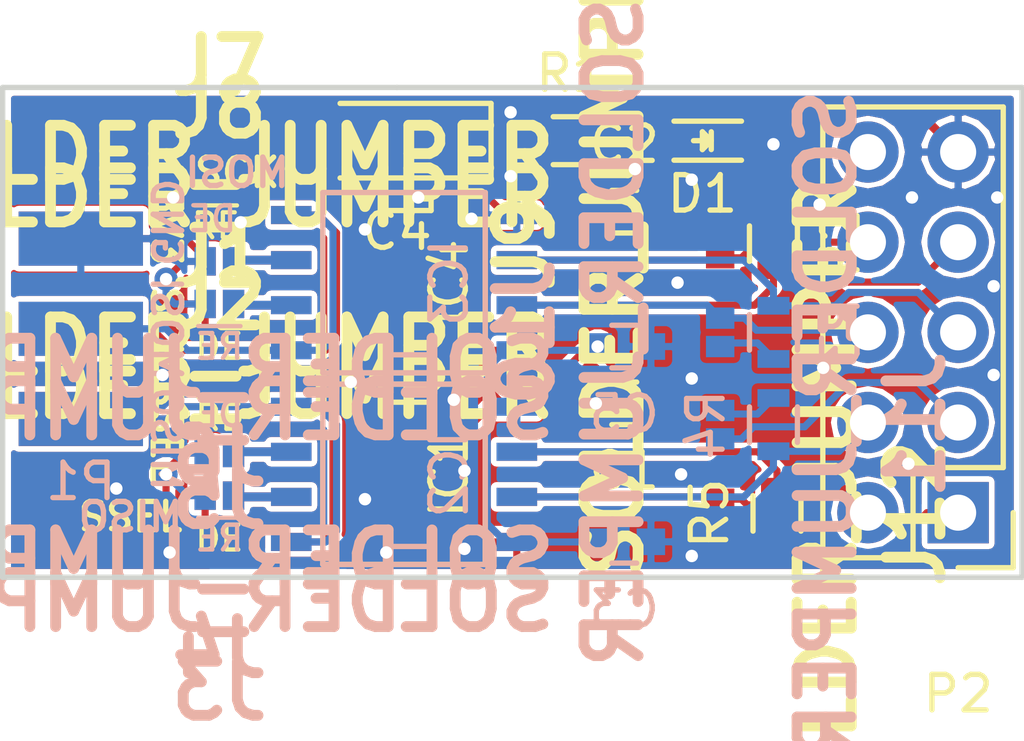
<source format=kicad_pcb>
(kicad_pcb (version 4) (host pcbnew 4.0.2-stable)

  (general
    (links 98)
    (no_connects 0)
    (area 129.424999 89.924999 158.275001 103.875001)
    (thickness 1.6)
    (drawings 23)
    (tracks 180)
    (zones 0)
    (modules 60)
    (nets 28)
  )

  (page A4)
  (layers
    (0 F.Cu signal)
    (31 B.Cu signal)
    (32 B.Adhes user)
    (33 F.Adhes user)
    (34 B.Paste user)
    (35 F.Paste user)
    (36 B.SilkS user)
    (37 F.SilkS user)
    (38 B.Mask user)
    (39 F.Mask user)
    (40 Dwgs.User user)
    (41 Cmts.User user)
    (42 Eco1.User user)
    (43 Eco2.User user)
    (44 Edge.Cuts user)
    (45 Margin user)
    (46 B.CrtYd user)
    (47 F.CrtYd user)
    (48 B.Fab user)
    (49 F.Fab user)
  )

  (setup
    (last_trace_width 0.2)
    (user_trace_width 0.16)
    (user_trace_width 0.2)
    (user_trace_width 0.25)
    (trace_clearance 0.16)
    (zone_clearance 0.16)
    (zone_45_only no)
    (trace_min 0.15)
    (segment_width 0.2)
    (edge_width 0.15)
    (via_size 0.6)
    (via_drill 0.4)
    (via_min_size 0.4)
    (via_min_drill 0.3)
    (user_via 0.65 0.35)
    (uvia_size 0.3)
    (uvia_drill 0.1)
    (uvias_allowed no)
    (uvia_min_size 0.2)
    (uvia_min_drill 0.1)
    (pcb_text_width 0.3)
    (pcb_text_size 1.5 1.5)
    (mod_edge_width 0.15)
    (mod_text_size 1 1)
    (mod_text_width 0.15)
    (pad_size 0.65 0.65)
    (pad_drill 0.35)
    (pad_to_mask_clearance 0.2)
    (aux_axis_origin 0 0)
    (visible_elements 7FFCFFFF)
    (pcbplotparams
      (layerselection 0x00030_80000001)
      (usegerberextensions false)
      (excludeedgelayer true)
      (linewidth 0.100000)
      (plotframeref false)
      (viasonmask false)
      (mode 1)
      (useauxorigin false)
      (hpglpennumber 1)
      (hpglpenspeed 20)
      (hpglpendiameter 15)
      (hpglpenoverlay 2)
      (psnegative false)
      (psa4output false)
      (plotreference true)
      (plotvalue true)
      (plotinvisibletext false)
      (padsonsilk false)
      (subtractmaskfromsilk false)
      (outputformat 1)
      (mirror false)
      (drillshape 1)
      (scaleselection 1)
      (outputdirectory ""))
  )

  (net 0 "")
  (net 1 +3V3)
  (net 2 GND)
  (net 3 "Net-(D1-Pad2)")
  (net 4 "Net-(IC1-Pad7)")
  (net 5 "Net-(IC1-Pad6)")
  (net 6 SCK)
  (net 7 "Net-(IC1-Pad3)")
  (net 8 "Net-(IC1-Pad2)")
  (net 9 "Net-(IC2-Pad7)")
  (net 10 "Net-(IC2-Pad6)")
  (net 11 MOSI)
  (net 12 "Net-(IC2-Pad3)")
  (net 13 "Net-(IC2-Pad2)")
  (net 14 "Net-(IC3-Pad7)")
  (net 15 "Net-(IC3-Pad6)")
  (net 16 MISO)
  (net 17 "Net-(IC3-Pad3)")
  (net 18 "Net-(IC3-Pad2)")
  (net 19 "Net-(IC4-Pad7)")
  (net 20 "Net-(IC4-Pad6)")
  (net 21 SSEL)
  (net 22 "Net-(IC4-Pad3)")
  (net 23 "Net-(IC4-Pad2)")
  (net 24 "Net-(J9-Pad2)")
  (net 25 "Net-(J10-Pad2)")
  (net 26 "Net-(J11-Pad2)")
  (net 27 "Net-(J12-Pad2)")

  (net_class Default "This is the default net class."
    (clearance 0.16)
    (trace_width 0.2)
    (via_dia 0.6)
    (via_drill 0.4)
    (uvia_dia 0.3)
    (uvia_drill 0.1)
    (add_net +3V3)
    (add_net GND)
    (add_net MISO)
    (add_net MOSI)
    (add_net "Net-(D1-Pad2)")
    (add_net "Net-(IC1-Pad2)")
    (add_net "Net-(IC1-Pad3)")
    (add_net "Net-(IC1-Pad6)")
    (add_net "Net-(IC1-Pad7)")
    (add_net "Net-(IC2-Pad2)")
    (add_net "Net-(IC2-Pad3)")
    (add_net "Net-(IC2-Pad6)")
    (add_net "Net-(IC2-Pad7)")
    (add_net "Net-(IC3-Pad2)")
    (add_net "Net-(IC3-Pad3)")
    (add_net "Net-(IC3-Pad6)")
    (add_net "Net-(IC3-Pad7)")
    (add_net "Net-(IC4-Pad2)")
    (add_net "Net-(IC4-Pad3)")
    (add_net "Net-(IC4-Pad6)")
    (add_net "Net-(IC4-Pad7)")
    (add_net "Net-(J10-Pad2)")
    (add_net "Net-(J11-Pad2)")
    (add_net "Net-(J12-Pad2)")
    (add_net "Net-(J9-Pad2)")
    (add_net SCK)
    (add_net SSEL)
  )

  (module LercheTech:Lerche_via_0.35_GND_MaskOver (layer F.Cu) (tedit 58CA3C02) (tstamp 58CA4C51)
    (at 142.5 103)
    (fp_text reference "" (at 0 -2.9) (layer F.SilkS)
      (effects (font (size 1 1) (thickness 0.15)))
    )
    (fp_text value "" (at 0 -1.4) (layer F.SilkS)
      (effects (font (size 1 1) (thickness 0.15)))
    )
    (pad "" thru_hole circle (at 0 0) (size 0.65 0.65) (drill 0.35) (layers *.Cu *.Mask)
      (net 2 GND) (solder_mask_margin -0.4) (clearance 0.001) (zone_connect 2))
  )

  (module LercheTech:Lerche_via_0.35_GND_MaskOver (layer F.Cu) (tedit 58CA3C02) (tstamp 58CA4C4D)
    (at 152.6 97.9)
    (fp_text reference "" (at 0 -2.9) (layer F.SilkS)
      (effects (font (size 1 1) (thickness 0.15)))
    )
    (fp_text value "" (at 0 -1.4) (layer F.SilkS)
      (effects (font (size 1 1) (thickness 0.15)))
    )
    (pad "" thru_hole circle (at 0 0) (size 0.65 0.65) (drill 0.35) (layers *.Cu *.Mask)
      (net 2 GND) (solder_mask_margin -0.4) (clearance 0.001) (zone_connect 2))
  )

  (module LercheTech:Lerche_via_0.35_GND_MaskOver (layer F.Cu) (tedit 58CA3C02) (tstamp 58CA4C49)
    (at 152.5 93.3)
    (fp_text reference "" (at 0 -2.9) (layer F.SilkS)
      (effects (font (size 1 1) (thickness 0.15)))
    )
    (fp_text value "" (at 0 -1.4) (layer F.SilkS)
      (effects (font (size 1 1) (thickness 0.15)))
    )
    (pad "" thru_hole circle (at 0 0) (size 0.65 0.65) (drill 0.35) (layers *.Cu *.Mask)
      (net 2 GND) (solder_mask_margin -0.4) (clearance 0.001) (zone_connect 2))
  )

  (module LercheTech:Lerche_via_0.35_GND_MaskOver (layer F.Cu) (tedit 58CA3C02) (tstamp 58CA4C45)
    (at 148.9 92.6)
    (fp_text reference "" (at 0 -2.9) (layer F.SilkS)
      (effects (font (size 1 1) (thickness 0.15)))
    )
    (fp_text value "" (at 0 -1.4) (layer F.SilkS)
      (effects (font (size 1 1) (thickness 0.15)))
    )
    (pad "" thru_hole circle (at 0 0) (size 0.65 0.65) (drill 0.35) (layers *.Cu *.Mask)
      (net 2 GND) (solder_mask_margin -0.4) (clearance 0.001) (zone_connect 2))
  )

  (module LercheTech:Lerche_via_0.35_GND_MaskOver (layer F.Cu) (tedit 58CA3C02) (tstamp 58CA4C41)
    (at 151.2 91.6)
    (fp_text reference "" (at 0 -2.9) (layer F.SilkS)
      (effects (font (size 1 1) (thickness 0.15)))
    )
    (fp_text value "" (at 0 -1.4) (layer F.SilkS)
      (effects (font (size 1 1) (thickness 0.15)))
    )
    (pad "" thru_hole circle (at 0 0) (size 0.65 0.65) (drill 0.35) (layers *.Cu *.Mask)
      (net 2 GND) (solder_mask_margin -0.4) (clearance 0.001) (zone_connect 2))
  )

  (module LercheTech:Lerche_via_0.35_GND_MaskOver (layer F.Cu) (tedit 58CA3C02) (tstamp 58CA4C3D)
    (at 157.5 93.1)
    (fp_text reference "" (at 0 -2.9) (layer F.SilkS)
      (effects (font (size 1 1) (thickness 0.15)))
    )
    (fp_text value "" (at 0 -1.4) (layer F.SilkS)
      (effects (font (size 1 1) (thickness 0.15)))
    )
    (pad "" thru_hole circle (at 0 0) (size 0.65 0.65) (drill 0.35) (layers *.Cu *.Mask)
      (net 2 GND) (solder_mask_margin -0.4) (clearance 0.001) (zone_connect 2))
  )

  (module LercheTech:Lerche_via_0.35_GND_MaskOver (layer F.Cu) (tedit 58CA3C02) (tstamp 58CA4C39)
    (at 155.1 93.1)
    (fp_text reference "" (at 0 -2.9) (layer F.SilkS)
      (effects (font (size 1 1) (thickness 0.15)))
    )
    (fp_text value "" (at 0 -1.4) (layer F.SilkS)
      (effects (font (size 1 1) (thickness 0.15)))
    )
    (pad "" thru_hole circle (at 0 0) (size 0.65 0.65) (drill 0.35) (layers *.Cu *.Mask)
      (net 2 GND) (solder_mask_margin -0.4) (clearance 0.001) (zone_connect 2))
  )

  (module LercheTech:Lerche_via_0.35_GND_MaskOver (layer F.Cu) (tedit 58CA3C02) (tstamp 58CA4C35)
    (at 157.4 95.6)
    (fp_text reference "" (at 0 -2.9) (layer F.SilkS)
      (effects (font (size 1 1) (thickness 0.15)))
    )
    (fp_text value "" (at 0 -1.4) (layer F.SilkS)
      (effects (font (size 1 1) (thickness 0.15)))
    )
    (pad "" thru_hole circle (at 0 0) (size 0.65 0.65) (drill 0.35) (layers *.Cu *.Mask)
      (net 2 GND) (solder_mask_margin -0.4) (clearance 0.001) (zone_connect 2))
  )

  (module LercheTech:Lerche_via_0.35_GND_MaskOver (layer F.Cu) (tedit 58CA3C02) (tstamp 58CA4C31)
    (at 157.4 98.1)
    (fp_text reference "" (at 0 -2.9) (layer F.SilkS)
      (effects (font (size 1 1) (thickness 0.15)))
    )
    (fp_text value "" (at 0 -1.4) (layer F.SilkS)
      (effects (font (size 1 1) (thickness 0.15)))
    )
    (pad "" thru_hole circle (at 0 0) (size 0.65 0.65) (drill 0.35) (layers *.Cu *.Mask)
      (net 2 GND) (solder_mask_margin -0.4) (clearance 0.001) (zone_connect 2))
  )

  (module LercheTech:Lerche_via_0.35_GND_MaskOver (layer F.Cu) (tedit 58CA3C02) (tstamp 58CA4C2D)
    (at 155 100.6)
    (fp_text reference "" (at 0 -2.9) (layer F.SilkS)
      (effects (font (size 1 1) (thickness 0.15)))
    )
    (fp_text value "" (at 0 -1.4) (layer F.SilkS)
      (effects (font (size 1 1) (thickness 0.15)))
    )
    (pad "" thru_hole circle (at 0 0) (size 0.65 0.65) (drill 0.35) (layers *.Cu *.Mask)
      (net 2 GND) (solder_mask_margin -0.4) (clearance 0.001) (zone_connect 2))
  )

  (module LercheTech:Lerche_via_0.35_GND_MaskOver (layer F.Cu) (tedit 58CA3C02) (tstamp 58CA4C29)
    (at 148.9 103.2)
    (fp_text reference "" (at 0 -2.9) (layer F.SilkS)
      (effects (font (size 1 1) (thickness 0.15)))
    )
    (fp_text value "" (at 0 -1.4) (layer F.SilkS)
      (effects (font (size 1 1) (thickness 0.15)))
    )
    (pad "" thru_hole circle (at 0 0) (size 0.65 0.65) (drill 0.35) (layers *.Cu *.Mask)
      (net 2 GND) (solder_mask_margin -0.4) (clearance 0.001) (zone_connect 2))
  )

  (module LercheTech:Lerche_via_0.35_GND_MaskOver (layer F.Cu) (tedit 58CA3C02) (tstamp 58CA4C25)
    (at 148.6 100.9)
    (fp_text reference "" (at 0 -2.9) (layer F.SilkS)
      (effects (font (size 1 1) (thickness 0.15)))
    )
    (fp_text value "" (at 0 -1.4) (layer F.SilkS)
      (effects (font (size 1 1) (thickness 0.15)))
    )
    (pad "" thru_hole circle (at 0 0) (size 0.65 0.65) (drill 0.35) (layers *.Cu *.Mask)
      (net 2 GND) (solder_mask_margin -0.4) (clearance 0.001) (zone_connect 2))
  )

  (module LercheTech:Lerche_via_0.35_GND_MaskOver (layer F.Cu) (tedit 58CA3C02) (tstamp 58CA4C21)
    (at 148.9 98.2)
    (fp_text reference "" (at 0 -2.9) (layer F.SilkS)
      (effects (font (size 1 1) (thickness 0.15)))
    )
    (fp_text value "" (at 0 -1.4) (layer F.SilkS)
      (effects (font (size 1 1) (thickness 0.15)))
    )
    (pad "" thru_hole circle (at 0 0) (size 0.65 0.65) (drill 0.35) (layers *.Cu *.Mask)
      (net 2 GND) (solder_mask_margin -0.4) (clearance 0.001) (zone_connect 2))
  )

  (module LercheTech:Lerche_via_0.35_GND_MaskOver (layer F.Cu) (tedit 58CA3C02) (tstamp 58CA4C1D)
    (at 148.5 95.5)
    (fp_text reference "" (at 0 -2.9) (layer F.SilkS)
      (effects (font (size 1 1) (thickness 0.15)))
    )
    (fp_text value "" (at 0 -1.4) (layer F.SilkS)
      (effects (font (size 1 1) (thickness 0.15)))
    )
    (pad "" thru_hole circle (at 0 0) (size 0.65 0.65) (drill 0.35) (layers *.Cu *.Mask)
      (net 2 GND) (solder_mask_margin -0.4) (clearance 0.001) (zone_connect 2))
  )

  (module LercheTech:Lerche_via_0.35_GND_MaskOver (layer F.Cu) (tedit 58CA3C02) (tstamp 58CA4C19)
    (at 147.3 92.3)
    (fp_text reference "" (at 0 -2.9) (layer F.SilkS)
      (effects (font (size 1 1) (thickness 0.15)))
    )
    (fp_text value "" (at 0 -1.4) (layer F.SilkS)
      (effects (font (size 1 1) (thickness 0.15)))
    )
    (pad "" thru_hole circle (at 0 0) (size 0.65 0.65) (drill 0.35) (layers *.Cu *.Mask)
      (net 2 GND) (solder_mask_margin -0.4) (clearance 0.001) (zone_connect 2))
  )

  (module LercheTech:Lerche_via_0.35_GND_MaskOver (layer F.Cu) (tedit 58CA3C02) (tstamp 58CA4C15)
    (at 143.8 90.7)
    (fp_text reference "" (at 0 -2.9) (layer F.SilkS)
      (effects (font (size 1 1) (thickness 0.15)))
    )
    (fp_text value "" (at 0 -1.4) (layer F.SilkS)
      (effects (font (size 1 1) (thickness 0.15)))
    )
    (pad "" thru_hole circle (at 0 0) (size 0.65 0.65) (drill 0.35) (layers *.Cu *.Mask)
      (net 2 GND) (solder_mask_margin -0.4) (clearance 0.001) (zone_connect 2))
  )

  (module LercheTech:Lerche_via_0.35_GND_MaskOver (layer F.Cu) (tedit 58CA3C02) (tstamp 58CA4C11)
    (at 143.8 92.5)
    (fp_text reference "" (at 0 -2.9) (layer F.SilkS)
      (effects (font (size 1 1) (thickness 0.15)))
    )
    (fp_text value "" (at 0 -1.4) (layer F.SilkS)
      (effects (font (size 1 1) (thickness 0.15)))
    )
    (pad "" thru_hole circle (at 0 0) (size 0.65 0.65) (drill 0.35) (layers *.Cu *.Mask)
      (net 2 GND) (solder_mask_margin -0.4) (clearance 0.001) (zone_connect 2))
  )

  (module LercheTech:Lerche_via_0.35_GND_MaskOver (layer F.Cu) (tedit 58CA3C02) (tstamp 58CA4C0D)
    (at 142.7 93.7)
    (fp_text reference "" (at 0 -2.9) (layer F.SilkS)
      (effects (font (size 1 1) (thickness 0.15)))
    )
    (fp_text value "" (at 0 -1.4) (layer F.SilkS)
      (effects (font (size 1 1) (thickness 0.15)))
    )
    (pad "" thru_hole circle (at 0 0) (size 0.65 0.65) (drill 0.35) (layers *.Cu *.Mask)
      (net 2 GND) (solder_mask_margin -0.4) (clearance 0.001) (zone_connect 2))
  )

  (module LercheTech:Lerche_via_0.35_GND_MaskOver (layer F.Cu) (tedit 58CA3C02) (tstamp 58CA4C09)
    (at 141.2 93.1)
    (fp_text reference "" (at 0 -2.9) (layer F.SilkS)
      (effects (font (size 1 1) (thickness 0.15)))
    )
    (fp_text value "" (at 0 -1.4) (layer F.SilkS)
      (effects (font (size 1 1) (thickness 0.15)))
    )
    (pad "" thru_hole circle (at 0 0) (size 0.65 0.65) (drill 0.35) (layers *.Cu *.Mask)
      (net 2 GND) (solder_mask_margin -0.4) (clearance 0.001) (zone_connect 2))
  )

  (module LercheTech:Lerche_via_0.35_GND_MaskOver (layer F.Cu) (tedit 58CA3C02) (tstamp 58CA4C05)
    (at 142.2 98.8)
    (fp_text reference "" (at 0 -2.9) (layer F.SilkS)
      (effects (font (size 1 1) (thickness 0.15)))
    )
    (fp_text value "" (at 0 -1.4) (layer F.SilkS)
      (effects (font (size 1 1) (thickness 0.15)))
    )
    (pad "" thru_hole circle (at 0 0) (size 0.65 0.65) (drill 0.35) (layers *.Cu *.Mask)
      (net 2 GND) (solder_mask_margin -0.4) (clearance 0.001) (zone_connect 2))
  )

  (module LercheTech:Lerche_via_0.35_GND_MaskOver (layer F.Cu) (tedit 58CA3C02) (tstamp 58CA4C01)
    (at 142.5 100.8)
    (fp_text reference "" (at 0 -2.9) (layer F.SilkS)
      (effects (font (size 1 1) (thickness 0.15)))
    )
    (fp_text value "" (at 0 -1.4) (layer F.SilkS)
      (effects (font (size 1 1) (thickness 0.15)))
    )
    (pad "" thru_hole circle (at 0 0) (size 0.65 0.65) (drill 0.35) (layers *.Cu *.Mask)
      (net 2 GND) (solder_mask_margin -0.4) (clearance 0.001) (zone_connect 2))
  )

  (module LercheTech:Lerche_via_0.35_GND_MaskOver (layer F.Cu) (tedit 58CA3C02) (tstamp 58CA4BFC)
    (at 136.2 93.8)
    (fp_text reference "" (at 0 -2.9) (layer F.SilkS)
      (effects (font (size 1 1) (thickness 0.15)))
    )
    (fp_text value "" (at 0 -1.4) (layer F.SilkS)
      (effects (font (size 1 1) (thickness 0.15)))
    )
    (pad "" thru_hole circle (at 0 0) (size 0.65 0.65) (drill 0.35) (layers *.Cu *.Mask)
      (net 2 GND) (solder_mask_margin -0.4) (clearance 0.001) (zone_connect 2))
  )

  (module LercheTech:Lerche_via_0.35_GND_MaskOver (layer F.Cu) (tedit 58CA3C02) (tstamp 58CA4BF7)
    (at 132.7 101.3)
    (fp_text reference "" (at 0 -2.9) (layer F.SilkS)
      (effects (font (size 1 1) (thickness 0.15)))
    )
    (fp_text value "" (at 0 -1.4) (layer F.SilkS)
      (effects (font (size 1 1) (thickness 0.15)))
    )
    (pad "" thru_hole circle (at 0 0) (size 0.65 0.65) (drill 0.35) (layers *.Cu *.Mask)
      (net 2 GND) (solder_mask_margin -0.4) (clearance 0.001) (zone_connect 2))
  )

  (module LercheTech:Lerche_via_0.35_GND_MaskOver (layer F.Cu) (tedit 58CA4015) (tstamp 58CA4BF3)
    (at 134.2 103.1)
    (fp_text reference "" (at 0 -2.9) (layer F.SilkS)
      (effects (font (size 1 1) (thickness 0.15)))
    )
    (fp_text value "" (at 0 -1.4) (layer F.SilkS)
      (effects (font (size 1 1) (thickness 0.15)))
    )
    (pad "" thru_hole circle (at 0 0) (size 0.65 0.65) (drill 0.35) (layers *.Cu *.Mask)
      (net 2 GND) (solder_mask_margin -0.4) (clearance 0.001) (zone_connect 2))
  )

  (module LercheTech:Lerche_via_0.35_GND_MaskOver (layer F.Cu) (tedit 58CA3C02) (tstamp 58CA4BEF)
    (at 140.3 103.1)
    (fp_text reference "" (at 0 -2.9) (layer F.SilkS)
      (effects (font (size 1 1) (thickness 0.15)))
    )
    (fp_text value "" (at 0 -1.4) (layer F.SilkS)
      (effects (font (size 1 1) (thickness 0.15)))
    )
    (pad "" thru_hole circle (at 0 0) (size 0.65 0.65) (drill 0.35) (layers *.Cu *.Mask)
      (net 2 GND) (solder_mask_margin -0.4) (clearance 0.001) (zone_connect 2))
  )

  (module LercheTech:Lerche_via_0.35_GND_MaskOver (layer F.Cu) (tedit 58CA3C02) (tstamp 58CA4BEB)
    (at 139.7 101.6)
    (fp_text reference "" (at 0 -2.9) (layer F.SilkS)
      (effects (font (size 1 1) (thickness 0.15)))
    )
    (fp_text value "" (at 0 -1.4) (layer F.SilkS)
      (effects (font (size 1 1) (thickness 0.15)))
    )
    (pad "" thru_hole circle (at 0 0) (size 0.65 0.65) (drill 0.35) (layers *.Cu *.Mask)
      (net 2 GND) (solder_mask_margin -0.4) (clearance 0.001) (zone_connect 2))
  )

  (module LercheTech:Lerche_via_0.35_GND_MaskOver (layer F.Cu) (tedit 58CA3C02) (tstamp 58CA4BE7)
    (at 139.3 98.3)
    (fp_text reference "" (at 0 -2.9) (layer F.SilkS)
      (effects (font (size 1 1) (thickness 0.15)))
    )
    (fp_text value "" (at 0 -1.4) (layer F.SilkS)
      (effects (font (size 1 1) (thickness 0.15)))
    )
    (pad "" thru_hole circle (at 0 0) (size 0.65 0.65) (drill 0.35) (layers *.Cu *.Mask)
      (net 2 GND) (solder_mask_margin -0.4) (clearance 0.001) (zone_connect 2))
  )

  (module LercheTech:Lerche_via_0.35_GND_MaskOver (layer F.Cu) (tedit 58CA3C02) (tstamp 58CA4BE3)
    (at 134 98.1)
    (fp_text reference "" (at 0 -2.9) (layer F.SilkS)
      (effects (font (size 1 1) (thickness 0.15)))
    )
    (fp_text value "" (at 0 -1.4) (layer F.SilkS)
      (effects (font (size 1 1) (thickness 0.15)))
    )
    (pad "" thru_hole circle (at 0 0) (size 0.65 0.65) (drill 0.35) (layers *.Cu *.Mask)
      (net 2 GND) (solder_mask_margin -0.4) (clearance 0.001) (zone_connect 2))
  )

  (module LercheTech:Lerche_via_0.35_GND_MaskOver (layer F.Cu) (tedit 58CA3C02) (tstamp 58CA4BDF)
    (at 139.7 94)
    (fp_text reference "" (at 0 -2.9) (layer F.SilkS)
      (effects (font (size 1 1) (thickness 0.15)))
    )
    (fp_text value "" (at 0 -1.4) (layer F.SilkS)
      (effects (font (size 1 1) (thickness 0.15)))
    )
    (pad "" thru_hole circle (at 0 0) (size 0.65 0.65) (drill 0.35) (layers *.Cu *.Mask)
      (net 2 GND) (solder_mask_margin -0.4) (clearance 0.001) (zone_connect 2))
  )

  (module Capacitors_SMD:C_0603 (layer F.Cu) (tedit 5415D631) (tstamp 58416A55)
    (at 147 98.9 180)
    (descr "Capacitor SMD 0603, reflow soldering, AVX (see smccp.pdf)")
    (tags "capacitor 0603")
    (path /5841B139)
    (attr smd)
    (fp_text reference C1 (at 0 -1.9 180) (layer F.SilkS)
      (effects (font (size 1 1) (thickness 0.15)))
    )
    (fp_text value 100nF (at 0 1.9 180) (layer F.Fab)
      (effects (font (size 1 1) (thickness 0.15)))
    )
    (fp_line (start -0.8 0.4) (end -0.8 -0.4) (layer F.Fab) (width 0.15))
    (fp_line (start 0.8 0.4) (end -0.8 0.4) (layer F.Fab) (width 0.15))
    (fp_line (start 0.8 -0.4) (end 0.8 0.4) (layer F.Fab) (width 0.15))
    (fp_line (start -0.8 -0.4) (end 0.8 -0.4) (layer F.Fab) (width 0.15))
    (fp_line (start -1.45 -0.75) (end 1.45 -0.75) (layer F.CrtYd) (width 0.05))
    (fp_line (start -1.45 0.75) (end 1.45 0.75) (layer F.CrtYd) (width 0.05))
    (fp_line (start -1.45 -0.75) (end -1.45 0.75) (layer F.CrtYd) (width 0.05))
    (fp_line (start 1.45 -0.75) (end 1.45 0.75) (layer F.CrtYd) (width 0.05))
    (fp_line (start -0.35 -0.6) (end 0.35 -0.6) (layer F.SilkS) (width 0.15))
    (fp_line (start 0.35 0.6) (end -0.35 0.6) (layer F.SilkS) (width 0.15))
    (pad 1 smd rect (at -0.75 0 180) (size 0.8 0.75) (layers F.Cu F.Paste F.Mask)
      (net 1 +3V3))
    (pad 2 smd rect (at 0.75 0 180) (size 0.8 0.75) (layers F.Cu F.Paste F.Mask)
      (net 2 GND))
    (model Capacitors_SMD.3dshapes/C_0603.wrl
      (at (xyz 0 0 0))
      (scale (xyz 1 1 1))
      (rotate (xyz 0 0 0))
    )
  )

  (module Capacitors_SMD:C_0603 (layer F.Cu) (tedit 5415D631) (tstamp 58416A5B)
    (at 147 93.5)
    (descr "Capacitor SMD 0603, reflow soldering, AVX (see smccp.pdf)")
    (tags "capacitor 0603")
    (path /5841C184)
    (attr smd)
    (fp_text reference C2 (at 0 -1.9) (layer F.SilkS)
      (effects (font (size 1 1) (thickness 0.15)))
    )
    (fp_text value 100nF (at 0 1.9) (layer F.Fab)
      (effects (font (size 1 1) (thickness 0.15)))
    )
    (fp_line (start -0.8 0.4) (end -0.8 -0.4) (layer F.Fab) (width 0.15))
    (fp_line (start 0.8 0.4) (end -0.8 0.4) (layer F.Fab) (width 0.15))
    (fp_line (start 0.8 -0.4) (end 0.8 0.4) (layer F.Fab) (width 0.15))
    (fp_line (start -0.8 -0.4) (end 0.8 -0.4) (layer F.Fab) (width 0.15))
    (fp_line (start -1.45 -0.75) (end 1.45 -0.75) (layer F.CrtYd) (width 0.05))
    (fp_line (start -1.45 0.75) (end 1.45 0.75) (layer F.CrtYd) (width 0.05))
    (fp_line (start -1.45 -0.75) (end -1.45 0.75) (layer F.CrtYd) (width 0.05))
    (fp_line (start 1.45 -0.75) (end 1.45 0.75) (layer F.CrtYd) (width 0.05))
    (fp_line (start -0.35 -0.6) (end 0.35 -0.6) (layer F.SilkS) (width 0.15))
    (fp_line (start 0.35 0.6) (end -0.35 0.6) (layer F.SilkS) (width 0.15))
    (pad 1 smd rect (at -0.75 0) (size 0.8 0.75) (layers F.Cu F.Paste F.Mask)
      (net 1 +3V3))
    (pad 2 smd rect (at 0.75 0) (size 0.8 0.75) (layers F.Cu F.Paste F.Mask)
      (net 2 GND))
    (model Capacitors_SMD.3dshapes/C_0603.wrl
      (at (xyz 0 0 0))
      (scale (xyz 1 1 1))
      (rotate (xyz 0 0 0))
    )
  )

  (module Capacitors_SMD:C_0603 (layer B.Cu) (tedit 5415D631) (tstamp 58416A61)
    (at 147 102.8)
    (descr "Capacitor SMD 0603, reflow soldering, AVX (see smccp.pdf)")
    (tags "capacitor 0603")
    (path /5841C1C5)
    (attr smd)
    (fp_text reference C3 (at 0 1.9) (layer B.SilkS)
      (effects (font (size 1 1) (thickness 0.15)) (justify mirror))
    )
    (fp_text value 100nF (at 0 -1.9) (layer B.Fab)
      (effects (font (size 1 1) (thickness 0.15)) (justify mirror))
    )
    (fp_line (start -0.8 -0.4) (end -0.8 0.4) (layer B.Fab) (width 0.15))
    (fp_line (start 0.8 -0.4) (end -0.8 -0.4) (layer B.Fab) (width 0.15))
    (fp_line (start 0.8 0.4) (end 0.8 -0.4) (layer B.Fab) (width 0.15))
    (fp_line (start -0.8 0.4) (end 0.8 0.4) (layer B.Fab) (width 0.15))
    (fp_line (start -1.45 0.75) (end 1.45 0.75) (layer B.CrtYd) (width 0.05))
    (fp_line (start -1.45 -0.75) (end 1.45 -0.75) (layer B.CrtYd) (width 0.05))
    (fp_line (start -1.45 0.75) (end -1.45 -0.75) (layer B.CrtYd) (width 0.05))
    (fp_line (start 1.45 0.75) (end 1.45 -0.75) (layer B.CrtYd) (width 0.05))
    (fp_line (start -0.35 0.6) (end 0.35 0.6) (layer B.SilkS) (width 0.15))
    (fp_line (start 0.35 -0.6) (end -0.35 -0.6) (layer B.SilkS) (width 0.15))
    (pad 1 smd rect (at -0.75 0) (size 0.8 0.75) (layers B.Cu B.Paste B.Mask)
      (net 1 +3V3))
    (pad 2 smd rect (at 0.75 0) (size 0.8 0.75) (layers B.Cu B.Paste B.Mask)
      (net 2 GND))
    (model Capacitors_SMD.3dshapes/C_0603.wrl
      (at (xyz 0 0 0))
      (scale (xyz 1 1 1))
      (rotate (xyz 0 0 0))
    )
  )

  (module Capacitors_Tantalum_SMD:Tantalum_Case-A_EIA-3216-18_Reflow (layer F.Cu) (tedit 57B6E980) (tstamp 58416A67)
    (at 140.6 91.5 180)
    (descr "Tantalum capacitor, Case A, EIA 3216-18, 3.2x1.6x1.6mm, Reflow soldering footprint")
    (tags "capacitor tantalum smd")
    (path /5841B08E)
    (attr smd)
    (fp_text reference C4 (at 0 -2.55 180) (layer F.SilkS)
      (effects (font (size 1 1) (thickness 0.15)))
    )
    (fp_text value 10uF (at 0 2.55 180) (layer F.Fab)
      (effects (font (size 1 1) (thickness 0.15)))
    )
    (fp_line (start -2.75 -1.2) (end -2.75 1.2) (layer F.CrtYd) (width 0.05))
    (fp_line (start -2.75 1.2) (end 2.75 1.2) (layer F.CrtYd) (width 0.05))
    (fp_line (start 2.75 1.2) (end 2.75 -1.2) (layer F.CrtYd) (width 0.05))
    (fp_line (start 2.75 -1.2) (end -2.75 -1.2) (layer F.CrtYd) (width 0.05))
    (fp_line (start -1.6 -0.8) (end -1.6 0.8) (layer F.Fab) (width 0.15))
    (fp_line (start -1.6 0.8) (end 1.6 0.8) (layer F.Fab) (width 0.15))
    (fp_line (start 1.6 0.8) (end 1.6 -0.8) (layer F.Fab) (width 0.15))
    (fp_line (start 1.6 -0.8) (end -1.6 -0.8) (layer F.Fab) (width 0.15))
    (fp_line (start -1.28 -0.8) (end -1.28 0.8) (layer F.Fab) (width 0.15))
    (fp_line (start -1.12 -0.8) (end -1.12 0.8) (layer F.Fab) (width 0.15))
    (fp_line (start -2.65 -1.05) (end 1.6 -1.05) (layer F.SilkS) (width 0.15))
    (fp_line (start -2.65 1.05) (end 1.6 1.05) (layer F.SilkS) (width 0.15))
    (fp_line (start -2.65 -1.05) (end -2.65 1.05) (layer F.SilkS) (width 0.15))
    (pad 1 smd rect (at -1.375 0 180) (size 1.95 1.5) (layers F.Cu F.Paste F.Mask)
      (net 1 +3V3))
    (pad 2 smd rect (at 1.375 0 180) (size 1.95 1.5) (layers F.Cu F.Paste F.Mask)
      (net 2 GND))
    (model Capacitors_Tantalum_SMD.3dshapes/Tantalum_Case-A_EIA-3216-18.wrl
      (at (xyz 0 0 0))
      (scale (xyz 1 1 1))
      (rotate (xyz 0 0 0))
    )
  )

  (module Capacitors_SMD:C_0603 (layer B.Cu) (tedit 5415D631) (tstamp 58416A6D)
    (at 147 97.3)
    (descr "Capacitor SMD 0603, reflow soldering, AVX (see smccp.pdf)")
    (tags "capacitor 0603")
    (path /5841C209)
    (attr smd)
    (fp_text reference C5 (at 0 1.9) (layer B.SilkS)
      (effects (font (size 1 1) (thickness 0.15)) (justify mirror))
    )
    (fp_text value 100nF (at 0 -1.9) (layer B.Fab)
      (effects (font (size 1 1) (thickness 0.15)) (justify mirror))
    )
    (fp_line (start -0.8 -0.4) (end -0.8 0.4) (layer B.Fab) (width 0.15))
    (fp_line (start 0.8 -0.4) (end -0.8 -0.4) (layer B.Fab) (width 0.15))
    (fp_line (start 0.8 0.4) (end 0.8 -0.4) (layer B.Fab) (width 0.15))
    (fp_line (start -0.8 0.4) (end 0.8 0.4) (layer B.Fab) (width 0.15))
    (fp_line (start -1.45 0.75) (end 1.45 0.75) (layer B.CrtYd) (width 0.05))
    (fp_line (start -1.45 -0.75) (end 1.45 -0.75) (layer B.CrtYd) (width 0.05))
    (fp_line (start -1.45 0.75) (end -1.45 -0.75) (layer B.CrtYd) (width 0.05))
    (fp_line (start 1.45 0.75) (end 1.45 -0.75) (layer B.CrtYd) (width 0.05))
    (fp_line (start -0.35 0.6) (end 0.35 0.6) (layer B.SilkS) (width 0.15))
    (fp_line (start 0.35 -0.6) (end -0.35 -0.6) (layer B.SilkS) (width 0.15))
    (pad 1 smd rect (at -0.75 0) (size 0.8 0.75) (layers B.Cu B.Paste B.Mask)
      (net 1 +3V3))
    (pad 2 smd rect (at 0.75 0) (size 0.8 0.75) (layers B.Cu B.Paste B.Mask)
      (net 2 GND))
    (model Capacitors_SMD.3dshapes/C_0603.wrl
      (at (xyz 0 0 0))
      (scale (xyz 1 1 1))
      (rotate (xyz 0 0 0))
    )
  )

  (module LEDs:LED_0603 (layer F.Cu) (tedit 55BDE255) (tstamp 58416A73)
    (at 149.2 91.5 180)
    (descr "LED 0603 smd package")
    (tags "LED led 0603 SMD smd SMT smt smdled SMDLED smtled SMTLED")
    (path /5841B1E2)
    (attr smd)
    (fp_text reference D1 (at 0 -1.5 180) (layer F.SilkS)
      (effects (font (size 1 1) (thickness 0.15)))
    )
    (fp_text value RED_LED (at 0 1.5 180) (layer F.Fab)
      (effects (font (size 1 1) (thickness 0.15)))
    )
    (fp_line (start -0.3 -0.2) (end -0.3 0.2) (layer F.Fab) (width 0.15))
    (fp_line (start -0.2 0) (end 0.1 -0.2) (layer F.Fab) (width 0.15))
    (fp_line (start 0.1 0.2) (end -0.2 0) (layer F.Fab) (width 0.15))
    (fp_line (start 0.1 -0.2) (end 0.1 0.2) (layer F.Fab) (width 0.15))
    (fp_line (start 0.8 0.4) (end -0.8 0.4) (layer F.Fab) (width 0.15))
    (fp_line (start 0.8 -0.4) (end 0.8 0.4) (layer F.Fab) (width 0.15))
    (fp_line (start -0.8 -0.4) (end 0.8 -0.4) (layer F.Fab) (width 0.15))
    (fp_line (start -0.8 0.4) (end -0.8 -0.4) (layer F.Fab) (width 0.15))
    (fp_line (start -1.1 0.55) (end 0.8 0.55) (layer F.SilkS) (width 0.15))
    (fp_line (start -1.1 -0.55) (end 0.8 -0.55) (layer F.SilkS) (width 0.15))
    (fp_line (start -0.2 0) (end 0.25 0) (layer F.SilkS) (width 0.15))
    (fp_line (start -0.25 -0.25) (end -0.25 0.25) (layer F.SilkS) (width 0.15))
    (fp_line (start -0.25 0) (end 0 -0.25) (layer F.SilkS) (width 0.15))
    (fp_line (start 0 -0.25) (end 0 0.25) (layer F.SilkS) (width 0.15))
    (fp_line (start 0 0.25) (end -0.25 0) (layer F.SilkS) (width 0.15))
    (fp_line (start 1.4 -0.75) (end 1.4 0.75) (layer F.CrtYd) (width 0.05))
    (fp_line (start 1.4 0.75) (end -1.4 0.75) (layer F.CrtYd) (width 0.05))
    (fp_line (start -1.4 0.75) (end -1.4 -0.75) (layer F.CrtYd) (width 0.05))
    (fp_line (start -1.4 -0.75) (end 1.4 -0.75) (layer F.CrtYd) (width 0.05))
    (pad 2 smd rect (at 0.7493 0) (size 0.79756 0.79756) (layers F.Cu F.Paste F.Mask)
      (net 3 "Net-(D1-Pad2)"))
    (pad 1 smd rect (at -0.7493 0) (size 0.79756 0.79756) (layers F.Cu F.Paste F.Mask)
      (net 2 GND))
    (model LEDs.3dshapes/LED_0603.wrl
      (at (xyz 0 0 0))
      (scale (xyz 1 1 1))
      (rotate (xyz 0 0 180))
    )
  )

  (module SMD_Packages:SOIC-8-N (layer F.Cu) (tedit 5890382E) (tstamp 58416A7F)
    (at 140.8 100.9 270)
    (descr "Module Narrow CMS SOJ 8 pins large")
    (tags "CMS SOJ")
    (path /58416E42)
    (attr smd)
    (fp_text reference IC1 (at 0 -1.27 270) (layer F.SilkS)
      (effects (font (size 1 1) (thickness 0.15)))
    )
    (fp_text value SN65LVDM176 (at 0 1.27 270) (layer F.Fab)
      (effects (font (size 1 1) (thickness 0.15)))
    )
    (fp_line (start -2.54 -2.286) (end 2.54 -2.286) (layer F.SilkS) (width 0.15))
    (fp_line (start 2.54 -2.286) (end 2.54 2.286) (layer F.SilkS) (width 0.15))
    (fp_line (start 2.54 2.286) (end -2.54 2.286) (layer F.SilkS) (width 0.15))
    (fp_line (start -2.54 2.286) (end -2.54 -2.286) (layer F.SilkS) (width 0.15))
    (fp_line (start -2.54 -0.762) (end -2.032 -0.762) (layer F.SilkS) (width 0.15))
    (fp_line (start -2.032 -0.762) (end -2.032 0.508) (layer F.SilkS) (width 0.15))
    (fp_line (start -2.032 0.508) (end -2.54 0.508) (layer F.SilkS) (width 0.15))
    (pad 8 smd rect (at -1.905 -3.175 270) (size 0.508 1.143) (layers F.Cu F.Paste F.Mask)
      (net 1 +3V3))
    (pad 7 smd rect (at -0.635 -3.175 270) (size 0.508 1.143) (layers F.Cu F.Paste F.Mask)
      (net 4 "Net-(IC1-Pad7)"))
    (pad 6 smd rect (at 0.635 -3.175 270) (size 0.508 1.143) (layers F.Cu F.Paste F.Mask)
      (net 5 "Net-(IC1-Pad6)"))
    (pad 5 smd rect (at 1.905 -3.175 270) (size 0.508 1.143) (layers F.Cu F.Paste F.Mask)
      (net 2 GND))
    (pad 4 smd rect (at 1.905 3.175 270) (size 0.508 1.143) (layers F.Cu F.Paste F.Mask)
      (net 21 SSEL))
    (pad 3 smd rect (at 0.635 3.175 270) (size 0.508 1.143) (layers F.Cu F.Paste F.Mask)
      (net 7 "Net-(IC1-Pad3)"))
    (pad 2 smd rect (at -0.635 3.175 270) (size 0.508 1.143) (layers F.Cu F.Paste F.Mask)
      (net 8 "Net-(IC1-Pad2)"))
    (pad 1 smd rect (at -1.905 3.175 270) (size 0.508 1.143) (layers F.Cu F.Paste F.Mask)
      (net 21 SSEL))
    (model SMD_Packages.3dshapes/SOIC-8-N.wrl
      (at (xyz 0 0 0))
      (scale (xyz 0.5 0.38 0.5))
      (rotate (xyz 0 0 0))
    )
  )

  (module SMD_Packages:SOIC-8-N (layer B.Cu) (tedit 589038D4) (tstamp 58416A8B)
    (at 140.8 100.9 90)
    (descr "Module Narrow CMS SOJ 8 pins large")
    (tags "CMS SOJ")
    (path /58416E08)
    (attr smd)
    (fp_text reference IC2 (at 0 1.27 90) (layer B.SilkS)
      (effects (font (size 1 1) (thickness 0.15)) (justify mirror))
    )
    (fp_text value SN65LVDM176 (at 0 -1.27 90) (layer B.Fab)
      (effects (font (size 1 1) (thickness 0.15)) (justify mirror))
    )
    (fp_line (start -2.54 2.286) (end 2.54 2.286) (layer B.SilkS) (width 0.15))
    (fp_line (start 2.54 2.286) (end 2.54 -2.286) (layer B.SilkS) (width 0.15))
    (fp_line (start 2.54 -2.286) (end -2.54 -2.286) (layer B.SilkS) (width 0.15))
    (fp_line (start -2.54 -2.286) (end -2.54 2.286) (layer B.SilkS) (width 0.15))
    (fp_line (start -2.54 0.762) (end -2.032 0.762) (layer B.SilkS) (width 0.15))
    (fp_line (start -2.032 0.762) (end -2.032 -0.508) (layer B.SilkS) (width 0.15))
    (fp_line (start -2.032 -0.508) (end -2.54 -0.508) (layer B.SilkS) (width 0.15))
    (pad 8 smd rect (at -1.905 3.175 90) (size 0.508 1.143) (layers B.Cu B.Paste B.Mask)
      (net 1 +3V3))
    (pad 7 smd rect (at -0.635 3.175 90) (size 0.508 1.143) (layers B.Cu B.Paste B.Mask)
      (net 9 "Net-(IC2-Pad7)"))
    (pad 6 smd rect (at 0.635 3.175 90) (size 0.508 1.143) (layers B.Cu B.Paste B.Mask)
      (net 10 "Net-(IC2-Pad6)"))
    (pad 5 smd rect (at 1.905 3.175 90) (size 0.508 1.143) (layers B.Cu B.Paste B.Mask)
      (net 2 GND))
    (pad 4 smd rect (at 1.905 -3.175 90) (size 0.508 1.143) (layers B.Cu B.Paste B.Mask)
      (net 16 MISO))
    (pad 3 smd rect (at 0.635 -3.175 90) (size 0.508 1.143) (layers B.Cu B.Paste B.Mask)
      (net 12 "Net-(IC2-Pad3)"))
    (pad 2 smd rect (at -0.635 -3.175 90) (size 0.508 1.143) (layers B.Cu B.Paste B.Mask)
      (net 13 "Net-(IC2-Pad2)"))
    (pad 1 smd rect (at -1.905 -3.175 90) (size 0.508 1.143) (layers B.Cu B.Paste B.Mask)
      (net 16 MISO))
    (model SMD_Packages.3dshapes/SOIC-8-N.wrl
      (at (xyz 0 0 0))
      (scale (xyz 0.5 0.38 0.5))
      (rotate (xyz 0 0 0))
    )
  )

  (module SMD_Packages:SOIC-8-N (layer B.Cu) (tedit 589038C9) (tstamp 58416A97)
    (at 140.8 95.5 90)
    (descr "Module Narrow CMS SOJ 8 pins large")
    (tags "CMS SOJ")
    (path /58416DD3)
    (attr smd)
    (fp_text reference IC3 (at 0 1.27 90) (layer B.SilkS)
      (effects (font (size 1 1) (thickness 0.15)) (justify mirror))
    )
    (fp_text value SN65LVDM176 (at 0 -1.27 90) (layer B.Fab)
      (effects (font (size 1 1) (thickness 0.15)) (justify mirror))
    )
    (fp_line (start -2.54 2.286) (end 2.54 2.286) (layer B.SilkS) (width 0.15))
    (fp_line (start 2.54 2.286) (end 2.54 -2.286) (layer B.SilkS) (width 0.15))
    (fp_line (start 2.54 -2.286) (end -2.54 -2.286) (layer B.SilkS) (width 0.15))
    (fp_line (start -2.54 -2.286) (end -2.54 2.286) (layer B.SilkS) (width 0.15))
    (fp_line (start -2.54 0.762) (end -2.032 0.762) (layer B.SilkS) (width 0.15))
    (fp_line (start -2.032 0.762) (end -2.032 -0.508) (layer B.SilkS) (width 0.15))
    (fp_line (start -2.032 -0.508) (end -2.54 -0.508) (layer B.SilkS) (width 0.15))
    (pad 8 smd rect (at -1.905 3.175 90) (size 0.508 1.143) (layers B.Cu B.Paste B.Mask)
      (net 1 +3V3))
    (pad 7 smd rect (at -0.635 3.175 90) (size 0.508 1.143) (layers B.Cu B.Paste B.Mask)
      (net 14 "Net-(IC3-Pad7)"))
    (pad 6 smd rect (at 0.635 3.175 90) (size 0.508 1.143) (layers B.Cu B.Paste B.Mask)
      (net 15 "Net-(IC3-Pad6)"))
    (pad 5 smd rect (at 1.905 3.175 90) (size 0.508 1.143) (layers B.Cu B.Paste B.Mask)
      (net 2 GND))
    (pad 4 smd rect (at 1.905 -3.175 90) (size 0.508 1.143) (layers B.Cu B.Paste B.Mask)
      (net 11 MOSI))
    (pad 3 smd rect (at 0.635 -3.175 90) (size 0.508 1.143) (layers B.Cu B.Paste B.Mask)
      (net 17 "Net-(IC3-Pad3)"))
    (pad 2 smd rect (at -0.635 -3.175 90) (size 0.508 1.143) (layers B.Cu B.Paste B.Mask)
      (net 18 "Net-(IC3-Pad2)"))
    (pad 1 smd rect (at -1.905 -3.175 90) (size 0.508 1.143) (layers B.Cu B.Paste B.Mask)
      (net 11 MOSI))
    (model SMD_Packages.3dshapes/SOIC-8-N.wrl
      (at (xyz 0 0 0))
      (scale (xyz 0.5 0.38 0.5))
      (rotate (xyz 0 0 0))
    )
  )

  (module SMD_Packages:SOIC-8-N (layer F.Cu) (tedit 58903838) (tstamp 58416AA3)
    (at 140.8 95.5 270)
    (descr "Module Narrow CMS SOJ 8 pins large")
    (tags "CMS SOJ")
    (path /58416A13)
    (attr smd)
    (fp_text reference IC4 (at 0 -1.27 270) (layer F.SilkS)
      (effects (font (size 1 1) (thickness 0.15)))
    )
    (fp_text value SN65LVDM176 (at 0 1.27 270) (layer F.Fab)
      (effects (font (size 1 1) (thickness 0.15)))
    )
    (fp_line (start -2.54 -2.286) (end 2.54 -2.286) (layer F.SilkS) (width 0.15))
    (fp_line (start 2.54 -2.286) (end 2.54 2.286) (layer F.SilkS) (width 0.15))
    (fp_line (start 2.54 2.286) (end -2.54 2.286) (layer F.SilkS) (width 0.15))
    (fp_line (start -2.54 2.286) (end -2.54 -2.286) (layer F.SilkS) (width 0.15))
    (fp_line (start -2.54 -0.762) (end -2.032 -0.762) (layer F.SilkS) (width 0.15))
    (fp_line (start -2.032 -0.762) (end -2.032 0.508) (layer F.SilkS) (width 0.15))
    (fp_line (start -2.032 0.508) (end -2.54 0.508) (layer F.SilkS) (width 0.15))
    (pad 8 smd rect (at -1.905 -3.175 270) (size 0.508 1.143) (layers F.Cu F.Paste F.Mask)
      (net 1 +3V3))
    (pad 7 smd rect (at -0.635 -3.175 270) (size 0.508 1.143) (layers F.Cu F.Paste F.Mask)
      (net 19 "Net-(IC4-Pad7)"))
    (pad 6 smd rect (at 0.635 -3.175 270) (size 0.508 1.143) (layers F.Cu F.Paste F.Mask)
      (net 20 "Net-(IC4-Pad6)"))
    (pad 5 smd rect (at 1.905 -3.175 270) (size 0.508 1.143) (layers F.Cu F.Paste F.Mask)
      (net 2 GND))
    (pad 4 smd rect (at 1.905 3.175 270) (size 0.508 1.143) (layers F.Cu F.Paste F.Mask)
      (net 6 SCK))
    (pad 3 smd rect (at 0.635 3.175 270) (size 0.508 1.143) (layers F.Cu F.Paste F.Mask)
      (net 22 "Net-(IC4-Pad3)"))
    (pad 2 smd rect (at -0.635 3.175 270) (size 0.508 1.143) (layers F.Cu F.Paste F.Mask)
      (net 23 "Net-(IC4-Pad2)"))
    (pad 1 smd rect (at -1.905 3.175 270) (size 0.508 1.143) (layers F.Cu F.Paste F.Mask)
      (net 6 SCK))
    (model SMD_Packages.3dshapes/SOIC-8-N.wrl
      (at (xyz 0 0 0))
      (scale (xyz 0.5 0.38 0.5))
      (rotate (xyz 0 0 0))
    )
  )

  (module LercheTech:Lerche_2PsolderJumper (layer F.Cu) (tedit 52E913BE) (tstamp 58416AA9)
    (at 135.6 100.3)
    (path /58419CBA)
    (fp_text reference J1 (at 0 -5.4991) (layer F.SilkS)
      (effects (font (thickness 0.3048)))
    )
    (fp_text value SOLDER_JUMPER (at 0 -2.99974) (layer F.SilkS)
      (effects (font (thickness 0.3048)))
    )
    (pad 1 smd rect (at -0.4 0) (size 0.6 0.8) (layers F.Cu F.Paste F.Mask)
      (net 1 +3V3))
    (pad 2 smd rect (at 0.3 0) (size 0.6 0.8) (drill (offset 0.1 0)) (layers F.Cu F.Paste F.Mask)
      (net 8 "Net-(IC1-Pad2)"))
  )

  (module LercheTech:Lerche_2PsolderJumper (layer F.Cu) (tedit 52E913BE) (tstamp 58416AAF)
    (at 135.6 101.5)
    (path /58419D31)
    (fp_text reference J2 (at 0 -5.4991) (layer F.SilkS)
      (effects (font (thickness 0.3048)))
    )
    (fp_text value SOLDER_JUMPER (at 0 -2.99974) (layer F.SilkS)
      (effects (font (thickness 0.3048)))
    )
    (pad 1 smd rect (at -0.4 0) (size 0.6 0.8) (layers F.Cu F.Paste F.Mask)
      (net 2 GND))
    (pad 2 smd rect (at 0.3 0) (size 0.6 0.8) (drill (offset 0.1 0)) (layers F.Cu F.Paste F.Mask)
      (net 7 "Net-(IC1-Pad3)"))
  )

  (module LercheTech:Lerche_2PsolderJumper (layer B.Cu) (tedit 52E913BE) (tstamp 58416AB5)
    (at 135.6 101.5)
    (path /58419D4B)
    (fp_text reference J3 (at 0 5.4991) (layer B.SilkS)
      (effects (font (thickness 0.3048)) (justify mirror))
    )
    (fp_text value SOLDER_JUMPER (at 0 2.99974) (layer B.SilkS)
      (effects (font (thickness 0.3048)) (justify mirror))
    )
    (pad 1 smd rect (at -0.4 0) (size 0.6 0.8) (layers B.Cu B.Paste B.Mask)
      (net 1 +3V3))
    (pad 2 smd rect (at 0.3 0) (size 0.6 0.8) (drill (offset 0.1 0)) (layers B.Cu B.Paste B.Mask)
      (net 13 "Net-(IC2-Pad2)"))
  )

  (module LercheTech:Lerche_2PsolderJumper (layer B.Cu) (tedit 52E913BE) (tstamp 58416ABB)
    (at 135.6 100.3)
    (path /58419D65)
    (fp_text reference J4 (at 0 5.4991) (layer B.SilkS)
      (effects (font (thickness 0.3048)) (justify mirror))
    )
    (fp_text value SOLDER_JUMPER (at 0 2.99974) (layer B.SilkS)
      (effects (font (thickness 0.3048)) (justify mirror))
    )
    (pad 1 smd rect (at -0.4 0) (size 0.6 0.8) (layers B.Cu B.Paste B.Mask)
      (net 2 GND))
    (pad 2 smd rect (at 0.3 0) (size 0.6 0.8) (drill (offset 0.1 0)) (layers B.Cu B.Paste B.Mask)
      (net 12 "Net-(IC2-Pad3)"))
  )

  (module LercheTech:Lerche_2PsolderJumper (layer B.Cu) (tedit 52E913BE) (tstamp 58416AC1)
    (at 135.6 96.1)
    (path /58419DE3)
    (fp_text reference J5 (at 0 5.4991) (layer B.SilkS)
      (effects (font (thickness 0.3048)) (justify mirror))
    )
    (fp_text value SOLDER_JUMPER (at 0 2.99974) (layer B.SilkS)
      (effects (font (thickness 0.3048)) (justify mirror))
    )
    (pad 1 smd rect (at -0.4 0) (size 0.6 0.8) (layers B.Cu B.Paste B.Mask)
      (net 1 +3V3))
    (pad 2 smd rect (at 0.3 0) (size 0.6 0.8) (drill (offset 0.1 0)) (layers B.Cu B.Paste B.Mask)
      (net 18 "Net-(IC3-Pad2)"))
  )

  (module LercheTech:Lerche_2PsolderJumper (layer B.Cu) (tedit 52E913BE) (tstamp 58416AC7)
    (at 135.6 94.9)
    (path /58419DFD)
    (fp_text reference J6 (at 0 5.4991) (layer B.SilkS)
      (effects (font (thickness 0.3048)) (justify mirror))
    )
    (fp_text value SOLDER_JUMPER (at 0 2.99974) (layer B.SilkS)
      (effects (font (thickness 0.3048)) (justify mirror))
    )
    (pad 1 smd rect (at -0.4 0) (size 0.6 0.8) (layers B.Cu B.Paste B.Mask)
      (net 2 GND))
    (pad 2 smd rect (at 0.3 0) (size 0.6 0.8) (drill (offset 0.1 0)) (layers B.Cu B.Paste B.Mask)
      (net 17 "Net-(IC3-Pad3)"))
  )

  (module LercheTech:Lerche_2PsolderJumper (layer F.Cu) (tedit 52E913BE) (tstamp 58416ACD)
    (at 135.6 94.9)
    (path /58419E17)
    (fp_text reference J7 (at 0 -5.4991) (layer F.SilkS)
      (effects (font (thickness 0.3048)))
    )
    (fp_text value SOLDER_JUMPER (at 0 -2.99974) (layer F.SilkS)
      (effects (font (thickness 0.3048)))
    )
    (pad 1 smd rect (at -0.4 0) (size 0.6 0.8) (layers F.Cu F.Paste F.Mask)
      (net 1 +3V3))
    (pad 2 smd rect (at 0.3 0) (size 0.6 0.8) (drill (offset 0.1 0)) (layers F.Cu F.Paste F.Mask)
      (net 23 "Net-(IC4-Pad2)"))
  )

  (module LercheTech:Lerche_2PsolderJumper (layer F.Cu) (tedit 52E913BE) (tstamp 58416AD3)
    (at 135.6 96.1)
    (path /58419E59)
    (fp_text reference J8 (at 0 -5.4991) (layer F.SilkS)
      (effects (font (thickness 0.3048)))
    )
    (fp_text value SOLDER_JUMPER (at 0 -2.99974) (layer F.SilkS)
      (effects (font (thickness 0.3048)))
    )
    (pad 1 smd rect (at -0.4 0) (size 0.6 0.8) (layers F.Cu F.Paste F.Mask)
      (net 2 GND))
    (pad 2 smd rect (at 0.3 0) (size 0.6 0.8) (drill (offset 0.1 0)) (layers F.Cu F.Paste F.Mask)
      (net 22 "Net-(IC4-Pad3)"))
  )

  (module LercheTech:Lerche_2PsolderJumper (layer F.Cu) (tedit 52E913BE) (tstamp 58416AD9)
    (at 149.7 94.4 90)
    (path /5841D2E2)
    (fp_text reference J9 (at 0 -5.4991 90) (layer F.SilkS)
      (effects (font (thickness 0.3048)))
    )
    (fp_text value SOLDER_JUMPER (at 0 -2.99974 90) (layer F.SilkS)
      (effects (font (thickness 0.3048)))
    )
    (pad 1 smd rect (at -0.4 0 90) (size 0.6 0.8) (layers F.Cu F.Paste F.Mask)
      (net 19 "Net-(IC4-Pad7)"))
    (pad 2 smd rect (at 0.3 0 90) (size 0.6 0.8) (drill (offset 0.1 0)) (layers F.Cu F.Paste F.Mask)
      (net 24 "Net-(J9-Pad2)"))
  )

  (module LercheTech:Lerche_2PsolderJumper (layer B.Cu) (tedit 52E913BE) (tstamp 58416ADF)
    (at 149.7 96.9 270)
    (path /5841D4B4)
    (fp_text reference J10 (at 0 5.4991 270) (layer B.SilkS)
      (effects (font (thickness 0.3048)) (justify mirror))
    )
    (fp_text value SOLDER_JUMPER (at 0 2.99974 270) (layer B.SilkS)
      (effects (font (thickness 0.3048)) (justify mirror))
    )
    (pad 1 smd rect (at -0.4 0 270) (size 0.6 0.8) (layers B.Cu B.Paste B.Mask)
      (net 14 "Net-(IC3-Pad7)"))
    (pad 2 smd rect (at 0.3 0 270) (size 0.6 0.8) (drill (offset 0.1 0)) (layers B.Cu B.Paste B.Mask)
      (net 25 "Net-(J10-Pad2)"))
  )

  (module LercheTech:Lerche_2PsolderJumper (layer B.Cu) (tedit 52E913BE) (tstamp 58416AE5)
    (at 149.7 99.5 90)
    (path /5841D4E6)
    (fp_text reference J11 (at 0 5.4991 90) (layer B.SilkS)
      (effects (font (thickness 0.3048)) (justify mirror))
    )
    (fp_text value SOLDER_JUMPER (at 0 2.99974 90) (layer B.SilkS)
      (effects (font (thickness 0.3048)) (justify mirror))
    )
    (pad 1 smd rect (at -0.4 0 90) (size 0.6 0.8) (layers B.Cu B.Paste B.Mask)
      (net 10 "Net-(IC2-Pad6)"))
    (pad 2 smd rect (at 0.3 0 90) (size 0.6 0.8) (drill (offset 0.1 0)) (layers B.Cu B.Paste B.Mask)
      (net 26 "Net-(J11-Pad2)"))
  )

  (module LercheTech:Lerche_2PsolderJumper (layer F.Cu) (tedit 588B2FD4) (tstamp 58416AEB)
    (at 149.7 102 270)
    (path /5841D518)
    (fp_text reference J12 (at 0 -5.4991 270) (layer F.SilkS)
      (effects (font (thickness 0.3048)))
    )
    (fp_text value SOLDER_JUMPER (at 0 -2.99974 270) (layer F.SilkS)
      (effects (font (thickness 0.3048)))
    )
    (pad 1 smd rect (at -0.4 0 270) (size 0.6 0.8) (layers F.Cu F.Paste F.Mask)
      (net 5 "Net-(IC1-Pad6)"))
    (pad 2 smd rect (at 0.3 0 270) (size 0.6 0.8) (drill (offset 0.1 0)) (layers F.Cu F.Paste F.Mask)
      (net 27 "Net-(J12-Pad2)"))
  )

  (module Pin_Headers:Pin_Header_Straight_2x05 (layer F.Cu) (tedit 0) (tstamp 58416B03)
    (at 156.4 101.98 180)
    (descr "Through hole pin header")
    (tags "pin header")
    (path /5841A7B7)
    (fp_text reference P2 (at 0 -5.1 180) (layer F.SilkS)
      (effects (font (size 1 1) (thickness 0.15)))
    )
    (fp_text value CONN_02X05 (at 0 -3.1 180) (layer F.Fab)
      (effects (font (size 1 1) (thickness 0.15)))
    )
    (fp_line (start -1.75 -1.75) (end -1.75 11.95) (layer F.CrtYd) (width 0.05))
    (fp_line (start 4.3 -1.75) (end 4.3 11.95) (layer F.CrtYd) (width 0.05))
    (fp_line (start -1.75 -1.75) (end 4.3 -1.75) (layer F.CrtYd) (width 0.05))
    (fp_line (start -1.75 11.95) (end 4.3 11.95) (layer F.CrtYd) (width 0.05))
    (fp_line (start 3.81 -1.27) (end 3.81 11.43) (layer F.SilkS) (width 0.15))
    (fp_line (start 3.81 11.43) (end -1.27 11.43) (layer F.SilkS) (width 0.15))
    (fp_line (start -1.27 11.43) (end -1.27 1.27) (layer F.SilkS) (width 0.15))
    (fp_line (start 3.81 -1.27) (end 1.27 -1.27) (layer F.SilkS) (width 0.15))
    (fp_line (start 0 -1.55) (end -1.55 -1.55) (layer F.SilkS) (width 0.15))
    (fp_line (start 1.27 -1.27) (end 1.27 1.27) (layer F.SilkS) (width 0.15))
    (fp_line (start 1.27 1.27) (end -1.27 1.27) (layer F.SilkS) (width 0.15))
    (fp_line (start -1.55 -1.55) (end -1.55 0) (layer F.SilkS) (width 0.15))
    (pad 1 thru_hole rect (at 0 0 180) (size 1.7272 1.7272) (drill 1.016) (layers *.Cu *.Mask)
      (net 5 "Net-(IC1-Pad6)"))
    (pad 2 thru_hole oval (at 2.54 0 180) (size 1.7272 1.7272) (drill 1.016) (layers *.Cu *.Mask)
      (net 4 "Net-(IC1-Pad7)"))
    (pad 3 thru_hole oval (at 0 2.54 180) (size 1.7272 1.7272) (drill 1.016) (layers *.Cu *.Mask)
      (net 10 "Net-(IC2-Pad6)"))
    (pad 4 thru_hole oval (at 2.54 2.54 180) (size 1.7272 1.7272) (drill 1.016) (layers *.Cu *.Mask)
      (net 9 "Net-(IC2-Pad7)"))
    (pad 5 thru_hole oval (at 0 5.08 180) (size 1.7272 1.7272) (drill 1.016) (layers *.Cu *.Mask)
      (net 15 "Net-(IC3-Pad6)"))
    (pad 6 thru_hole oval (at 2.54 5.08 180) (size 1.7272 1.7272) (drill 1.016) (layers *.Cu *.Mask)
      (net 14 "Net-(IC3-Pad7)"))
    (pad 7 thru_hole oval (at 0 7.62 180) (size 1.7272 1.7272) (drill 1.016) (layers *.Cu *.Mask)
      (net 20 "Net-(IC4-Pad6)"))
    (pad 8 thru_hole oval (at 2.54 7.62 180) (size 1.7272 1.7272) (drill 1.016) (layers *.Cu *.Mask)
      (net 19 "Net-(IC4-Pad7)"))
    (pad 9 thru_hole oval (at 0 10.16 180) (size 1.7272 1.7272) (drill 1.016) (layers *.Cu *.Mask)
      (net 2 GND))
    (pad 10 thru_hole oval (at 2.54 10.16 180) (size 1.7272 1.7272) (drill 1.016) (layers *.Cu *.Mask)
      (net 1 +3V3))
    (model Pin_Headers.3dshapes/Pin_Header_Straight_2x05.wrl
      (at (xyz 0.05 -0.2 0))
      (scale (xyz 1 1 1))
      (rotate (xyz 0 0 90))
    )
  )

  (module Resistors_SMD:R_0603 (layer F.Cu) (tedit 58307A47) (tstamp 58416B09)
    (at 145.5 91.5)
    (descr "Resistor SMD 0603, reflow soldering, Vishay (see dcrcw.pdf)")
    (tags "resistor 0603")
    (path /5841B223)
    (attr smd)
    (fp_text reference R1 (at 0 -1.9) (layer F.SilkS)
      (effects (font (size 1 1) (thickness 0.15)))
    )
    (fp_text value 330 (at 0 1.9) (layer F.Fab)
      (effects (font (size 1 1) (thickness 0.15)))
    )
    (fp_line (start -0.8 0.4) (end -0.8 -0.4) (layer F.Fab) (width 0.1))
    (fp_line (start 0.8 0.4) (end -0.8 0.4) (layer F.Fab) (width 0.1))
    (fp_line (start 0.8 -0.4) (end 0.8 0.4) (layer F.Fab) (width 0.1))
    (fp_line (start -0.8 -0.4) (end 0.8 -0.4) (layer F.Fab) (width 0.1))
    (fp_line (start -1.3 -0.8) (end 1.3 -0.8) (layer F.CrtYd) (width 0.05))
    (fp_line (start -1.3 0.8) (end 1.3 0.8) (layer F.CrtYd) (width 0.05))
    (fp_line (start -1.3 -0.8) (end -1.3 0.8) (layer F.CrtYd) (width 0.05))
    (fp_line (start 1.3 -0.8) (end 1.3 0.8) (layer F.CrtYd) (width 0.05))
    (fp_line (start 0.5 0.675) (end -0.5 0.675) (layer F.SilkS) (width 0.15))
    (fp_line (start -0.5 -0.675) (end 0.5 -0.675) (layer F.SilkS) (width 0.15))
    (pad 1 smd rect (at -0.75 0) (size 0.5 0.9) (layers F.Cu F.Paste F.Mask)
      (net 1 +3V3))
    (pad 2 smd rect (at 0.75 0) (size 0.5 0.9) (layers F.Cu F.Paste F.Mask)
      (net 3 "Net-(D1-Pad2)"))
    (model Resistors_SMD.3dshapes/R_0603.wrl
      (at (xyz 0 0 0))
      (scale (xyz 1 1 1))
      (rotate (xyz 0 0 0))
    )
  )

  (module Resistors_SMD:R_0603 (layer F.Cu) (tedit 58307A47) (tstamp 58416B0F)
    (at 151.2 94.4 270)
    (descr "Resistor SMD 0603, reflow soldering, Vishay (see dcrcw.pdf)")
    (tags "resistor 0603")
    (path /5841D59F)
    (attr smd)
    (fp_text reference R2 (at 0 -1.9 270) (layer F.SilkS)
      (effects (font (size 1 1) (thickness 0.15)))
    )
    (fp_text value 100 (at 0 1.9 270) (layer F.Fab)
      (effects (font (size 1 1) (thickness 0.15)))
    )
    (fp_line (start -0.8 0.4) (end -0.8 -0.4) (layer F.Fab) (width 0.1))
    (fp_line (start 0.8 0.4) (end -0.8 0.4) (layer F.Fab) (width 0.1))
    (fp_line (start 0.8 -0.4) (end 0.8 0.4) (layer F.Fab) (width 0.1))
    (fp_line (start -0.8 -0.4) (end 0.8 -0.4) (layer F.Fab) (width 0.1))
    (fp_line (start -1.3 -0.8) (end 1.3 -0.8) (layer F.CrtYd) (width 0.05))
    (fp_line (start -1.3 0.8) (end 1.3 0.8) (layer F.CrtYd) (width 0.05))
    (fp_line (start -1.3 -0.8) (end -1.3 0.8) (layer F.CrtYd) (width 0.05))
    (fp_line (start 1.3 -0.8) (end 1.3 0.8) (layer F.CrtYd) (width 0.05))
    (fp_line (start 0.5 0.675) (end -0.5 0.675) (layer F.SilkS) (width 0.15))
    (fp_line (start -0.5 -0.675) (end 0.5 -0.675) (layer F.SilkS) (width 0.15))
    (pad 1 smd rect (at -0.75 0 270) (size 0.5 0.9) (layers F.Cu F.Paste F.Mask)
      (net 24 "Net-(J9-Pad2)"))
    (pad 2 smd rect (at 0.75 0 270) (size 0.5 0.9) (layers F.Cu F.Paste F.Mask)
      (net 20 "Net-(IC4-Pad6)"))
    (model Resistors_SMD.3dshapes/R_0603.wrl
      (at (xyz 0 0 0))
      (scale (xyz 1 1 1))
      (rotate (xyz 0 0 0))
    )
  )

  (module Resistors_SMD:R_0603 (layer B.Cu) (tedit 58307A47) (tstamp 58416B15)
    (at 151.2 96.9 90)
    (descr "Resistor SMD 0603, reflow soldering, Vishay (see dcrcw.pdf)")
    (tags "resistor 0603")
    (path /5841D6BB)
    (attr smd)
    (fp_text reference R3 (at 0 1.9 90) (layer B.SilkS)
      (effects (font (size 1 1) (thickness 0.15)) (justify mirror))
    )
    (fp_text value 100 (at 0 -1.9 90) (layer B.Fab)
      (effects (font (size 1 1) (thickness 0.15)) (justify mirror))
    )
    (fp_line (start -0.8 -0.4) (end -0.8 0.4) (layer B.Fab) (width 0.1))
    (fp_line (start 0.8 -0.4) (end -0.8 -0.4) (layer B.Fab) (width 0.1))
    (fp_line (start 0.8 0.4) (end 0.8 -0.4) (layer B.Fab) (width 0.1))
    (fp_line (start -0.8 0.4) (end 0.8 0.4) (layer B.Fab) (width 0.1))
    (fp_line (start -1.3 0.8) (end 1.3 0.8) (layer B.CrtYd) (width 0.05))
    (fp_line (start -1.3 -0.8) (end 1.3 -0.8) (layer B.CrtYd) (width 0.05))
    (fp_line (start -1.3 0.8) (end -1.3 -0.8) (layer B.CrtYd) (width 0.05))
    (fp_line (start 1.3 0.8) (end 1.3 -0.8) (layer B.CrtYd) (width 0.05))
    (fp_line (start 0.5 -0.675) (end -0.5 -0.675) (layer B.SilkS) (width 0.15))
    (fp_line (start -0.5 0.675) (end 0.5 0.675) (layer B.SilkS) (width 0.15))
    (pad 1 smd rect (at -0.75 0 90) (size 0.5 0.9) (layers B.Cu B.Paste B.Mask)
      (net 25 "Net-(J10-Pad2)"))
    (pad 2 smd rect (at 0.75 0 90) (size 0.5 0.9) (layers B.Cu B.Paste B.Mask)
      (net 15 "Net-(IC3-Pad6)"))
    (model Resistors_SMD.3dshapes/R_0603.wrl
      (at (xyz 0 0 0))
      (scale (xyz 1 1 1))
      (rotate (xyz 0 0 0))
    )
  )

  (module Resistors_SMD:R_0603 (layer B.Cu) (tedit 58307A47) (tstamp 58416B1B)
    (at 151.2 99.5 270)
    (descr "Resistor SMD 0603, reflow soldering, Vishay (see dcrcw.pdf)")
    (tags "resistor 0603")
    (path /5841D6FA)
    (attr smd)
    (fp_text reference R4 (at 0 1.9 270) (layer B.SilkS)
      (effects (font (size 1 1) (thickness 0.15)) (justify mirror))
    )
    (fp_text value 100 (at 0 -1.9 270) (layer B.Fab)
      (effects (font (size 1 1) (thickness 0.15)) (justify mirror))
    )
    (fp_line (start -0.8 -0.4) (end -0.8 0.4) (layer B.Fab) (width 0.1))
    (fp_line (start 0.8 -0.4) (end -0.8 -0.4) (layer B.Fab) (width 0.1))
    (fp_line (start 0.8 0.4) (end 0.8 -0.4) (layer B.Fab) (width 0.1))
    (fp_line (start -0.8 0.4) (end 0.8 0.4) (layer B.Fab) (width 0.1))
    (fp_line (start -1.3 0.8) (end 1.3 0.8) (layer B.CrtYd) (width 0.05))
    (fp_line (start -1.3 -0.8) (end 1.3 -0.8) (layer B.CrtYd) (width 0.05))
    (fp_line (start -1.3 0.8) (end -1.3 -0.8) (layer B.CrtYd) (width 0.05))
    (fp_line (start 1.3 0.8) (end 1.3 -0.8) (layer B.CrtYd) (width 0.05))
    (fp_line (start 0.5 -0.675) (end -0.5 -0.675) (layer B.SilkS) (width 0.15))
    (fp_line (start -0.5 0.675) (end 0.5 0.675) (layer B.SilkS) (width 0.15))
    (pad 1 smd rect (at -0.75 0 270) (size 0.5 0.9) (layers B.Cu B.Paste B.Mask)
      (net 26 "Net-(J11-Pad2)"))
    (pad 2 smd rect (at 0.75 0 270) (size 0.5 0.9) (layers B.Cu B.Paste B.Mask)
      (net 9 "Net-(IC2-Pad7)"))
    (model Resistors_SMD.3dshapes/R_0603.wrl
      (at (xyz 0 0 0))
      (scale (xyz 1 1 1))
      (rotate (xyz 0 0 0))
    )
  )

  (module Resistors_SMD:R_0603 (layer F.Cu) (tedit 588B2FD7) (tstamp 58416B21)
    (at 151.3 102 90)
    (descr "Resistor SMD 0603, reflow soldering, Vishay (see dcrcw.pdf)")
    (tags "resistor 0603")
    (path /5841D74A)
    (attr smd)
    (fp_text reference R5 (at 0 -1.9 90) (layer F.SilkS)
      (effects (font (size 1 1) (thickness 0.15)))
    )
    (fp_text value 100 (at 0 1.9 90) (layer F.Fab)
      (effects (font (size 1 1) (thickness 0.15)))
    )
    (fp_line (start -0.8 0.4) (end -0.8 -0.4) (layer F.Fab) (width 0.1))
    (fp_line (start 0.8 0.4) (end -0.8 0.4) (layer F.Fab) (width 0.1))
    (fp_line (start 0.8 -0.4) (end 0.8 0.4) (layer F.Fab) (width 0.1))
    (fp_line (start -0.8 -0.4) (end 0.8 -0.4) (layer F.Fab) (width 0.1))
    (fp_line (start -1.3 -0.8) (end 1.3 -0.8) (layer F.CrtYd) (width 0.05))
    (fp_line (start -1.3 0.8) (end 1.3 0.8) (layer F.CrtYd) (width 0.05))
    (fp_line (start -1.3 -0.8) (end -1.3 0.8) (layer F.CrtYd) (width 0.05))
    (fp_line (start 1.3 -0.8) (end 1.3 0.8) (layer F.CrtYd) (width 0.05))
    (fp_line (start 0.5 0.675) (end -0.5 0.675) (layer F.SilkS) (width 0.15))
    (fp_line (start -0.5 -0.675) (end 0.5 -0.675) (layer F.SilkS) (width 0.15))
    (pad 1 smd rect (at -0.75 0 90) (size 0.5 0.9) (layers F.Cu F.Paste F.Mask)
      (net 27 "Net-(J12-Pad2)"))
    (pad 2 smd rect (at 0.75 0 90) (size 0.5 0.9) (layers F.Cu F.Paste F.Mask)
      (net 4 "Net-(IC1-Pad7)"))
    (model Resistors_SMD.3dshapes/R_0603.wrl
      (at (xyz 0 0 0))
      (scale (xyz 1 1 1))
      (rotate (xyz 0 0 0))
    )
  )

  (module LercheTech:Lerche_2x3p_2.54mm_PCBedge (layer B.Cu) (tedit 58416E8B) (tstamp 58416AF5)
    (at 131.7 96.8)
    (path /584192CC)
    (fp_text reference P1 (at 0 4.3) (layer B.SilkS)
      (effects (font (size 1 1) (thickness 0.15)) (justify mirror))
    )
    (fp_text value CONN_02X03 (at 0 5.8) (layer B.Fab)
      (effects (font (size 1 1) (thickness 0.15)) (justify mirror))
    )
    (pad 1 smd rect (at 0 2.54) (size 3.5 1.524) (layers B.Cu B.Paste B.Mask)
      (net 16 MISO))
    (pad 2 smd rect (at 0 2.54) (size 3.5 1.524) (layers F.Cu B.Paste B.Mask)
      (net 21 SSEL))
    (pad 3 smd rect (at 0 0) (size 3.5 1.524) (layers B.Cu B.Paste B.Mask)
      (net 11 MOSI))
    (pad 4 smd rect (at 0 0) (size 3.5 1.524) (layers F.Cu B.Paste B.Mask)
      (net 6 SCK))
    (pad 5 smd rect (at 0 -2.54) (size 3.5 1.524) (layers B.Cu B.Paste B.Mask)
      (net 2 GND))
    (pad 6 smd rect (at 0 -2.54) (size 3.5 1.524) (layers F.Cu B.Paste B.Mask)
      (net 1 +3V3))
  )

  (module LercheTech:Lerche_via_0.35_GND_MaskOver (layer F.Cu) (tedit 588B3071) (tstamp 588B4040)
    (at 146.2 98.9)
    (fp_text reference "" (at 0 -2.9) (layer F.SilkS)
      (effects (font (size 1 1) (thickness 0.15)))
    )
    (fp_text value "" (at 0 -1.4) (layer F.SilkS)
      (effects (font (size 1 1) (thickness 0.15)))
    )
    (pad "" thru_hole circle (at 0 0) (size 0.65 0.65) (drill 0.35) (layers *.Cu *.Mask)
      (net 2 GND) (solder_mask_margin -0.4) (clearance 0.001) (zone_connect 2))
  )

  (module LercheTech:Lerche_via_0.35_GND_MaskOver (layer F.Cu) (tedit 58CA3FFB) (tstamp 58CA4BAF)
    (at 134.3 93.1)
    (fp_text reference "" (at 0 -2.9) (layer F.SilkS)
      (effects (font (size 1 1) (thickness 0.15)))
    )
    (fp_text value "" (at 0 -1.4) (layer F.SilkS)
      (effects (font (size 1 1) (thickness 0.15)))
    )
    (pad "" thru_hole circle (at 0 0) (size 0.65 0.65) (drill 0.35) (layers *.Cu *.Mask)
      (net 2 GND) (solder_mask_margin -0.4) (clearance 0.001) (zone_connect 2))
  )

  (gr_text 3V3 (at 134.1 93.9 270) (layer F.SilkS) (tstamp 58CA4CE7)
    (effects (font (size 0.8 0.8) (thickness 0.15)))
  )
  (gr_text SSEL (at 134.1 99.7 270) (layer F.SilkS) (tstamp 58CA4CE6)
    (effects (font (size 0.8 0.8) (thickness 0.15)))
  )
  (gr_text SCK (at 134.1 96.8 270) (layer F.SilkS) (tstamp 58CA4CE4)
    (effects (font (size 0.8 0.8) (thickness 0.15)))
  )
  (gr_text GND (at 134.1 93.8 270) (layer B.SilkS) (tstamp 58CA4CDF)
    (effects (font (size 0.8 0.8) (thickness 0.15)) (justify mirror))
  )
  (gr_text MOSI (at 134.1 96.8 270) (layer B.SilkS) (tstamp 58CA4CDE)
    (effects (font (size 0.8 0.8) (thickness 0.15)) (justify mirror))
  )
  (gr_text MISO (at 134.1 99.9 270) (layer B.SilkS) (tstamp 58CA4CDB)
    (effects (font (size 0.8 0.8) (thickness 0.15)) (justify mirror))
  )
  (gr_text DE (at 135.6 99.2) (layer B.SilkS) (tstamp 58CA4CA2)
    (effects (font (size 0.7 0.7) (thickness 0.12)) (justify mirror))
  )
  (gr_text ~RE (at 135.6 102.7) (layer B.SilkS) (tstamp 58CA4CA0)
    (effects (font (size 0.7 0.7) (thickness 0.12)) (justify mirror))
  )
  (gr_text MOSI (at 136.1 92.4) (layer B.SilkS) (tstamp 58CA4C9A)
    (effects (font (size 0.8 0.8) (thickness 0.15)) (justify mirror))
  )
  (gr_text DE (at 135.4 93.7) (layer B.SilkS) (tstamp 58CA4C97)
    (effects (font (size 0.7 0.7) (thickness 0.12)) (justify mirror))
  )
  (gr_text ~RE (at 135.6 97.3) (layer B.SilkS) (tstamp 58CA4C94)
    (effects (font (size 0.7 0.7) (thickness 0.12)) (justify mirror))
  )
  (gr_text MISO (at 133.1 102.1) (layer B.SilkS) (tstamp 58CA4C91)
    (effects (font (size 0.8 0.8) (thickness 0.15)) (justify mirror))
  )
  (gr_text SSEL (at 133.1 102.1) (layer F.SilkS) (tstamp 58CA4C80)
    (effects (font (size 0.8 0.8) (thickness 0.15)))
  )
  (gr_text ~RE (at 135.6 99.3) (layer F.SilkS) (tstamp 58CA4C7E)
    (effects (font (size 0.7 0.7) (thickness 0.12)))
  )
  (gr_text DE (at 135.6 102.7) (layer F.SilkS) (tstamp 58CA4C7B)
    (effects (font (size 0.7 0.7) (thickness 0.12)))
  )
  (gr_text DE (at 135.6 97.3) (layer F.SilkS) (tstamp 58CA4C74)
    (effects (font (size 0.7 0.7) (thickness 0.12)))
  )
  (gr_text ~RE (at 135.5 93.9) (layer F.SilkS) (tstamp 58CA4C6F)
    (effects (font (size 0.7 0.7) (thickness 0.12)))
  )
  (gr_text SCK (at 136.1 92.4) (layer F.SilkS)
    (effects (font (size 0.8 0.8) (thickness 0.15)))
  )
  (gr_line (start 129.5 90) (end 140.6 90) (layer Edge.Cuts) (width 0.15))
  (gr_line (start 129.5 103.8) (end 129.5 90) (layer Edge.Cuts) (width 0.15))
  (gr_line (start 158.2 103.8) (end 129.5 103.8) (layer Edge.Cuts) (width 0.15))
  (gr_line (start 158.2 90) (end 158.2 103.8) (layer Edge.Cuts) (width 0.15))
  (gr_line (start 140.6 90) (end 158.2 90) (layer Edge.Cuts) (width 0.15))

  (segment (start 134.340381 96.1) (end 135.2 96.1) (width 0.2) (layer B.Cu) (net 1))
  (segment (start 134.1 95.4) (end 134.1 95.859619) (width 0.2) (layer B.Cu) (net 1))
  (segment (start 134.1 95.859619) (end 134.340381 96.1) (width 0.2) (layer B.Cu) (net 1))
  (segment (start 135.2 94.9) (end 134.6 94.9) (width 0.2) (layer F.Cu) (net 1))
  (segment (start 134.6 94.9) (end 134.1 95.4) (width 0.2) (layer F.Cu) (net 1))
  (via (at 134.1 95.4) (size 0.65) (drill 0.35) (layers F.Cu B.Cu) (net 1))
  (segment (start 135.619001 103.319001) (end 134.1 101.8) (width 0.2) (layer F.Cu) (net 1))
  (segment (start 134.1 101.8) (end 134.1 100.9) (width 0.2) (layer F.Cu) (net 1))
  (segment (start 143.975 98.995) (end 143.2035 98.995) (width 0.2) (layer F.Cu) (net 1))
  (segment (start 143.2035 98.995) (end 138.879499 103.319001) (width 0.2) (layer F.Cu) (net 1))
  (segment (start 138.879499 103.319001) (end 135.619001 103.319001) (width 0.2) (layer F.Cu) (net 1))
  (segment (start 134.7 101.5) (end 135.2 101.5) (width 0.2) (layer B.Cu) (net 1))
  (segment (start 134.1 100.9) (end 134.7 101.5) (width 0.2) (layer B.Cu) (net 1))
  (segment (start 134.6 100.3) (end 134.1 100.8) (width 0.2) (layer F.Cu) (net 1))
  (segment (start 134.1 100.8) (end 134.1 100.9) (width 0.2) (layer F.Cu) (net 1))
  (via (at 134.1 100.9) (size 0.65) (drill 0.35) (layers F.Cu B.Cu) (net 1))
  (segment (start 135.2 100.3) (end 134.6 100.3) (width 0.2) (layer F.Cu) (net 1))
  (segment (start 143.975 102.805) (end 146.245 102.805) (width 0.2) (layer B.Cu) (net 1))
  (segment (start 146.245 102.805) (end 146.25 102.8) (width 0.2) (layer B.Cu) (net 1))
  (segment (start 143.975 102.805) (end 143.6575 102.805) (width 0.2) (layer B.Cu) (net 1))
  (segment (start 143.6575 102.805) (end 143.143499 102.290999) (width 0.2) (layer B.Cu) (net 1))
  (segment (start 143.143499 102.290999) (end 143.143499 97.919001) (width 0.2) (layer B.Cu) (net 1))
  (segment (start 143.143499 97.919001) (end 143.6575 97.405) (width 0.2) (layer B.Cu) (net 1))
  (segment (start 143.6575 97.405) (end 143.975 97.405) (width 0.2) (layer B.Cu) (net 1))
  (segment (start 143.975 97.405) (end 146.145 97.405) (width 0.2) (layer B.Cu) (net 1))
  (segment (start 146.145 97.405) (end 146.25 97.3) (width 0.2) (layer B.Cu) (net 1))
  (segment (start 134.66 94.26) (end 135.839001 93.080999) (width 0.2) (layer F.Cu) (net 1))
  (segment (start 140.169001 93.080999) (end 141.75 91.5) (width 0.2) (layer F.Cu) (net 1))
  (segment (start 135.839001 93.080999) (end 140.169001 93.080999) (width 0.2) (layer F.Cu) (net 1))
  (segment (start 141.75 91.5) (end 141.975 91.5) (width 0.2) (layer F.Cu) (net 1))
  (segment (start 131.7 94.26) (end 134.66 94.26) (width 0.2) (layer F.Cu) (net 1))
  (segment (start 134.66 94.26) (end 135.2 94.8) (width 0.2) (layer F.Cu) (net 1))
  (segment (start 135.2 94.8) (end 135.2 94.9) (width 0.2) (layer F.Cu) (net 1))
  (segment (start 143.975 98.995) (end 143.6575 98.995) (width 0.2) (layer F.Cu) (net 1))
  (segment (start 143.6575 98.995) (end 141.975 97.3125) (width 0.2) (layer F.Cu) (net 1))
  (segment (start 141.975 97.3125) (end 141.975 92.45) (width 0.2) (layer F.Cu) (net 1))
  (segment (start 141.975 92.45) (end 141.975 91.5) (width 0.2) (layer F.Cu) (net 1))
  (segment (start 153.86 91.82) (end 152.638686 91.82) (width 0.2) (layer F.Cu) (net 1))
  (segment (start 152.638686 91.82) (end 151.999896 92.45879) (width 0.2) (layer F.Cu) (net 1))
  (segment (start 151.999896 92.45879) (end 150.09842 92.45879) (width 0.2) (layer F.Cu) (net 1))
  (segment (start 150.09842 92.45879) (end 148.422209 94.135001) (width 0.2) (layer F.Cu) (net 1))
  (segment (start 148.422209 94.135001) (end 146.910001 94.135001) (width 0.2) (layer F.Cu) (net 1))
  (segment (start 146.910001 94.135001) (end 146.275 93.5) (width 0.2) (layer F.Cu) (net 1))
  (segment (start 146.275 93.5) (end 146.25 93.5) (width 0.2) (layer F.Cu) (net 1))
  (segment (start 143.975 93.595) (end 146.155 93.595) (width 0.2) (layer F.Cu) (net 1))
  (segment (start 146.155 93.595) (end 146.25 93.5) (width 0.2) (layer F.Cu) (net 1))
  (segment (start 143.975 93.595) (end 143.6575 93.595) (width 0.2) (layer F.Cu) (net 1))
  (segment (start 143.6575 93.595) (end 141.975 91.9125) (width 0.2) (layer F.Cu) (net 1))
  (segment (start 141.975 91.9125) (end 141.975 91.5) (width 0.2) (layer F.Cu) (net 1))
  (segment (start 141.975 91.5) (end 143.15 91.5) (width 0.2) (layer F.Cu) (net 1))
  (segment (start 143.15 91.5) (end 144.75 91.5) (width 0.2) (layer F.Cu) (net 1))
  (segment (start 147.75 98.9) (end 147.725 98.9) (width 0.2) (layer F.Cu) (net 1))
  (segment (start 147.725 98.9) (end 146.25 97.425) (width 0.2) (layer F.Cu) (net 1))
  (segment (start 146.25 97.425) (end 145.8625 97.425) (width 0.2) (layer F.Cu) (net 1))
  (segment (start 145.8625 97.425) (end 144.2925 98.995) (width 0.2) (layer F.Cu) (net 1))
  (segment (start 144.2925 98.995) (end 143.975 98.995) (width 0.2) (layer F.Cu) (net 1))
  (via (at 146.25 97.3) (size 0.65) (drill 0.35) (layers F.Cu B.Cu) (net 1))
  (segment (start 147.75 93.5) (end 148.54808 93.5) (width 0.2) (layer F.Cu) (net 2))
  (segment (start 148.54808 93.5) (end 149.9493 92.09878) (width 0.2) (layer F.Cu) (net 2))
  (segment (start 149.9493 92.09878) (end 149.9493 91.5) (width 0.2) (layer F.Cu) (net 2))
  (segment (start 156.4 91.82) (end 155.251399 90.671399) (width 0.25) (layer F.Cu) (net 2))
  (segment (start 155.251399 90.671399) (end 151.426681 90.671399) (width 0.25) (layer F.Cu) (net 2))
  (segment (start 151.426681 90.671399) (end 150.59808 91.5) (width 0.25) (layer F.Cu) (net 2))
  (segment (start 150.59808 91.5) (end 149.9493 91.5) (width 0.25) (layer F.Cu) (net 2))
  (segment (start 148.4507 91.5) (end 146.25 91.5) (width 0.2) (layer F.Cu) (net 3))
  (segment (start 151.3 101.25) (end 153.13 101.25) (width 0.2) (layer F.Cu) (net 4))
  (segment (start 153.13 101.25) (end 153.86 101.98) (width 0.2) (layer F.Cu) (net 4))
  (segment (start 143.975 100.265) (end 150.765 100.265) (width 0.2) (layer F.Cu) (net 4))
  (segment (start 150.765 100.265) (end 151.3 100.8) (width 0.2) (layer F.Cu) (net 4))
  (segment (start 151.3 100.8) (end 151.3 101.25) (width 0.2) (layer F.Cu) (net 4))
  (segment (start 153.86 101.98) (end 153.18 101.98) (width 0.2) (layer F.Cu) (net 4))
  (segment (start 156.4 101.98) (end 155.52293 101.98) (width 0.2) (layer F.Cu) (net 5))
  (segment (start 155.52293 101.98) (end 154.399329 103.103601) (width 0.2) (layer F.Cu) (net 5))
  (segment (start 150.3 101.6) (end 149.7 101.6) (width 0.2) (layer F.Cu) (net 5))
  (segment (start 154.399329 103.103601) (end 152.821603 103.103601) (width 0.2) (layer F.Cu) (net 5))
  (segment (start 150.460001 101.760001) (end 150.3 101.6) (width 0.2) (layer F.Cu) (net 5))
  (segment (start 152.821603 103.103601) (end 151.478003 101.760001) (width 0.2) (layer F.Cu) (net 5))
  (segment (start 151.478003 101.760001) (end 150.460001 101.760001) (width 0.2) (layer F.Cu) (net 5))
  (segment (start 143.975 101.535) (end 149.635 101.535) (width 0.2) (layer F.Cu) (net 5))
  (segment (start 149.635 101.535) (end 149.7 101.6) (width 0.2) (layer F.Cu) (net 5))
  (segment (start 138.9 97.1) (end 138.595 97.405) (width 0.2) (layer F.Cu) (net 6))
  (segment (start 138.595 97.405) (end 137.625 97.405) (width 0.2) (layer F.Cu) (net 6))
  (segment (start 138.9 94.0985) (end 138.9 97.1) (width 0.2) (layer F.Cu) (net 6))
  (segment (start 137.625 93.595) (end 138.3965 93.595) (width 0.2) (layer F.Cu) (net 6))
  (segment (start 138.3965 93.595) (end 138.9 94.0985) (width 0.2) (layer F.Cu) (net 6))
  (segment (start 133.7 96.8) (end 134.305 97.405) (width 0.2) (layer F.Cu) (net 6))
  (segment (start 134.305 97.405) (end 137.625 97.405) (width 0.2) (layer F.Cu) (net 6))
  (segment (start 131.7 96.8) (end 133.7 96.8) (width 0.2) (layer F.Cu) (net 6))
  (segment (start 137.625 101.535) (end 135.935 101.535) (width 0.25) (layer F.Cu) (net 7))
  (segment (start 135.935 101.535) (end 135.9 101.5) (width 0.25) (layer F.Cu) (net 7))
  (segment (start 137.625 100.265) (end 135.935 100.265) (width 0.25) (layer F.Cu) (net 8))
  (segment (start 135.935 100.265) (end 135.9 100.3) (width 0.25) (layer F.Cu) (net 8))
  (segment (start 151.2 100.25) (end 153.05 100.25) (width 0.2) (layer B.Cu) (net 9))
  (segment (start 153.05 100.25) (end 153.86 99.44) (width 0.2) (layer B.Cu) (net 9))
  (segment (start 143.975 101.535) (end 150.365 101.535) (width 0.2) (layer B.Cu) (net 9))
  (segment (start 150.365 101.535) (end 151.2 100.7) (width 0.2) (layer B.Cu) (net 9))
  (segment (start 151.2 100.7) (end 151.2 100.25) (width 0.2) (layer B.Cu) (net 9))
  (segment (start 149.7 99.9) (end 150.3 99.9) (width 0.2) (layer B.Cu) (net 10))
  (segment (start 150.3 99.9) (end 150.63999 99.56001) (width 0.2) (layer B.Cu) (net 10))
  (segment (start 150.63999 99.56001) (end 152.07706 99.56001) (width 0.2) (layer B.Cu) (net 10))
  (segment (start 152.07706 99.56001) (end 153.320671 98.316399) (width 0.2) (layer B.Cu) (net 10))
  (segment (start 153.320671 98.316399) (end 155.276399 98.316399) (width 0.2) (layer B.Cu) (net 10))
  (segment (start 155.276399 98.316399) (end 155.536401 98.576401) (width 0.2) (layer B.Cu) (net 10))
  (segment (start 155.536401 98.576401) (end 156.4 99.44) (width 0.2) (layer B.Cu) (net 10))
  (segment (start 143.975 100.265) (end 149.335 100.265) (width 0.2) (layer B.Cu) (net 10))
  (segment (start 149.335 100.265) (end 149.7 99.9) (width 0.2) (layer B.Cu) (net 10))
  (segment (start 138.8 97.1) (end 138.495 97.405) (width 0.2) (layer B.Cu) (net 11))
  (segment (start 138.495 97.405) (end 137.625 97.405) (width 0.2) (layer B.Cu) (net 11))
  (segment (start 138.8 93.9985) (end 138.8 97.1) (width 0.2) (layer B.Cu) (net 11))
  (segment (start 137.625 93.595) (end 138.3965 93.595) (width 0.2) (layer B.Cu) (net 11))
  (segment (start 138.3965 93.595) (end 138.8 93.9985) (width 0.2) (layer B.Cu) (net 11))
  (segment (start 134.1 96.8) (end 134.705 97.405) (width 0.2) (layer B.Cu) (net 11))
  (segment (start 134.705 97.405) (end 137.625 97.405) (width 0.2) (layer B.Cu) (net 11))
  (segment (start 131.7 96.8) (end 134.1 96.8) (width 0.2) (layer B.Cu) (net 11))
  (segment (start 137.625 100.265) (end 135.935 100.265) (width 0.25) (layer B.Cu) (net 12))
  (segment (start 135.935 100.265) (end 135.9 100.3) (width 0.25) (layer B.Cu) (net 12))
  (segment (start 137.625 101.535) (end 135.935 101.535) (width 0.25) (layer B.Cu) (net 13))
  (segment (start 135.935 101.535) (end 135.9 101.5) (width 0.25) (layer B.Cu) (net 13))
  (segment (start 149.7 96.5) (end 150.381998 96.5) (width 0.2) (layer B.Cu) (net 14))
  (segment (start 150.381998 96.5) (end 150.721988 96.83999) (width 0.2) (layer B.Cu) (net 14))
  (segment (start 150.721988 96.83999) (end 152.578676 96.83999) (width 0.2) (layer B.Cu) (net 14))
  (segment (start 152.578676 96.83999) (end 152.638686 96.9) (width 0.2) (layer B.Cu) (net 14))
  (segment (start 152.638686 96.9) (end 153.86 96.9) (width 0.2) (layer B.Cu) (net 14))
  (segment (start 143.975 96.135) (end 149.335 96.135) (width 0.2) (layer B.Cu) (net 14))
  (segment (start 149.335 96.135) (end 149.7 96.5) (width 0.2) (layer B.Cu) (net 14))
  (segment (start 151.2 96.15) (end 152.94707 96.15) (width 0.2) (layer B.Cu) (net 15))
  (segment (start 152.94707 96.15) (end 153.320671 95.776399) (width 0.2) (layer B.Cu) (net 15))
  (segment (start 153.320671 95.776399) (end 155.276399 95.776399) (width 0.2) (layer B.Cu) (net 15))
  (segment (start 155.276399 95.776399) (end 155.536401 96.036401) (width 0.2) (layer B.Cu) (net 15))
  (segment (start 155.536401 96.036401) (end 156.4 96.9) (width 0.2) (layer B.Cu) (net 15))
  (segment (start 143.975 94.865) (end 150.365 94.865) (width 0.2) (layer B.Cu) (net 15))
  (segment (start 150.365 94.865) (end 151.2 95.7) (width 0.2) (layer B.Cu) (net 15))
  (segment (start 151.2 95.7) (end 151.2 96.15) (width 0.2) (layer B.Cu) (net 15))
  (segment (start 138.9 102.5) (end 138.595 102.805) (width 0.2) (layer B.Cu) (net 16))
  (segment (start 138.595 102.805) (end 137.625 102.805) (width 0.2) (layer B.Cu) (net 16))
  (segment (start 138.9 99.4985) (end 138.9 102.5) (width 0.2) (layer B.Cu) (net 16))
  (segment (start 137.625 98.995) (end 138.3965 98.995) (width 0.2) (layer B.Cu) (net 16))
  (segment (start 138.3965 98.995) (end 138.9 99.4985) (width 0.2) (layer B.Cu) (net 16))
  (segment (start 134.16 99.34) (end 134.505 98.995) (width 0.2) (layer B.Cu) (net 16))
  (segment (start 134.505 98.995) (end 137.625 98.995) (width 0.2) (layer B.Cu) (net 16))
  (segment (start 131.7 99.34) (end 134.16 99.34) (width 0.2) (layer B.Cu) (net 16))
  (segment (start 137.625 94.865) (end 135.935 94.865) (width 0.25) (layer B.Cu) (net 17))
  (segment (start 135.935 94.865) (end 135.9 94.9) (width 0.25) (layer B.Cu) (net 17))
  (segment (start 137.625 96.135) (end 135.935 96.135) (width 0.25) (layer B.Cu) (net 18))
  (segment (start 135.935 96.135) (end 135.9 96.1) (width 0.25) (layer B.Cu) (net 18))
  (segment (start 143.975 94.865) (end 149.635 94.865) (width 0.2) (layer F.Cu) (net 19))
  (segment (start 149.635 94.865) (end 149.7 94.8) (width 0.2) (layer F.Cu) (net 19))
  (segment (start 149.7 94.8) (end 150.3 94.8) (width 0.2) (layer F.Cu) (net 19))
  (segment (start 150.3 94.8) (end 150.63999 94.46001) (width 0.2) (layer F.Cu) (net 19))
  (segment (start 150.63999 94.46001) (end 152.538676 94.46001) (width 0.2) (layer F.Cu) (net 19))
  (segment (start 152.538676 94.46001) (end 152.638686 94.36) (width 0.2) (layer F.Cu) (net 19))
  (segment (start 152.638686 94.36) (end 153.86 94.36) (width 0.2) (layer F.Cu) (net 19))
  (segment (start 151.2 95.15) (end 152.98707 95.15) (width 0.2) (layer F.Cu) (net 20))
  (segment (start 152.98707 95.15) (end 153.320671 95.483601) (width 0.2) (layer F.Cu) (net 20))
  (segment (start 153.320671 95.483601) (end 155.276399 95.483601) (width 0.2) (layer F.Cu) (net 20))
  (segment (start 155.536401 95.223599) (end 156.4 94.36) (width 0.2) (layer F.Cu) (net 20))
  (segment (start 155.276399 95.483601) (end 155.536401 95.223599) (width 0.2) (layer F.Cu) (net 20))
  (segment (start 143.975 96.135) (end 150.665 96.135) (width 0.2) (layer F.Cu) (net 20))
  (segment (start 150.665 96.135) (end 151.2 95.6) (width 0.2) (layer F.Cu) (net 20))
  (segment (start 151.2 95.6) (end 151.2 95.15) (width 0.2) (layer F.Cu) (net 20))
  (segment (start 138.8 102.5) (end 138.495 102.805) (width 0.2) (layer F.Cu) (net 21))
  (segment (start 138.495 102.805) (end 137.625 102.805) (width 0.2) (layer F.Cu) (net 21))
  (segment (start 138.8 99.3985) (end 138.8 102.5) (width 0.2) (layer F.Cu) (net 21))
  (segment (start 137.625 98.995) (end 138.3965 98.995) (width 0.2) (layer F.Cu) (net 21))
  (segment (start 138.3965 98.995) (end 138.8 99.3985) (width 0.2) (layer F.Cu) (net 21))
  (segment (start 134.16 99.34) (end 134.505 98.995) (width 0.2) (layer F.Cu) (net 21))
  (segment (start 134.505 98.995) (end 137.625 98.995) (width 0.2) (layer F.Cu) (net 21))
  (segment (start 131.7 99.34) (end 134.16 99.34) (width 0.2) (layer F.Cu) (net 21))
  (segment (start 137.625 96.135) (end 135.935 96.135) (width 0.25) (layer F.Cu) (net 22))
  (segment (start 135.935 96.135) (end 135.9 96.1) (width 0.25) (layer F.Cu) (net 22))
  (segment (start 137.625 94.865) (end 135.935 94.865) (width 0.25) (layer F.Cu) (net 23))
  (segment (start 135.935 94.865) (end 135.9 94.9) (width 0.25) (layer F.Cu) (net 23))
  (segment (start 149.7 94.1) (end 150.75 94.1) (width 0.2) (layer F.Cu) (net 24))
  (segment (start 150.75 94.1) (end 151.2 93.65) (width 0.2) (layer F.Cu) (net 24))
  (segment (start 149.7 97.2) (end 150.75 97.2) (width 0.2) (layer B.Cu) (net 25))
  (segment (start 150.75 97.2) (end 151.2 97.65) (width 0.2) (layer B.Cu) (net 25))
  (segment (start 149.7 99.2) (end 150.75 99.2) (width 0.2) (layer B.Cu) (net 26))
  (segment (start 150.75 99.2) (end 151.2 98.75) (width 0.2) (layer B.Cu) (net 26))
  (segment (start 149.7 102.3) (end 150.85 102.3) (width 0.2) (layer F.Cu) (net 27))
  (segment (start 150.85 102.3) (end 151.3 102.75) (width 0.2) (layer F.Cu) (net 27))

  (zone (net 2) (net_name GND) (layer F.Cu) (tstamp 0) (hatch edge 0.508)
    (connect_pads (clearance 0.16))
    (min_thickness 0.16)
    (fill yes (arc_segments 16) (thermal_gap 0.2) (thermal_bridge_width 0.2))
    (polygon
      (pts
        (xy 129.5 90) (xy 158.2 90) (xy 158.2 103.8) (xy 129.5 103.8)
      )
    )
    (filled_polygon
      (pts
        (xy 136.825534 99.337938) (xy 136.878096 99.419623) (xy 136.958298 99.474422) (xy 137.0535 99.493701) (xy 138.1965 99.493701)
        (xy 138.285438 99.476966) (xy 138.353706 99.433038) (xy 138.46 99.539332) (xy 138.46 102.359168) (xy 138.398092 102.421076)
        (xy 138.371904 102.380377) (xy 138.291702 102.325578) (xy 138.1965 102.306299) (xy 137.0535 102.306299) (xy 136.964562 102.323034)
        (xy 136.882877 102.375596) (xy 136.828078 102.455798) (xy 136.808799 102.551) (xy 136.808799 102.979001) (xy 135.759833 102.979001)
        (xy 134.960832 102.18) (xy 135.11 102.18) (xy 135.18 102.11) (xy 135.18 101.52) (xy 134.69 101.52)
        (xy 134.62 101.59) (xy 134.62 101.839168) (xy 134.44 101.659168) (xy 134.44 101.358927) (xy 134.578704 101.220465)
        (xy 134.62 101.121014) (xy 134.62 101.41) (xy 134.69 101.48) (xy 135.18 101.48) (xy 135.18 101.46)
        (xy 135.22 101.46) (xy 135.22 101.48) (xy 135.24 101.48) (xy 135.24 101.52) (xy 135.22 101.52)
        (xy 135.22 102.11) (xy 135.29 102.18) (xy 135.555696 102.18) (xy 135.658608 102.137372) (xy 135.659484 102.136496)
        (xy 135.7 102.144701) (xy 136.3 102.144701) (xy 136.388938 102.127966) (xy 136.470623 102.075404) (xy 136.525422 101.995202)
        (xy 136.544701 101.9) (xy 136.83973 101.9) (xy 136.878096 101.959623) (xy 136.958298 102.014422) (xy 137.0535 102.033701)
        (xy 138.1965 102.033701) (xy 138.285438 102.016966) (xy 138.367123 101.964404) (xy 138.421922 101.884202) (xy 138.441201 101.789)
        (xy 138.441201 101.281) (xy 138.424466 101.192062) (xy 138.371904 101.110377) (xy 138.291702 101.055578) (xy 138.1965 101.036299)
        (xy 137.0535 101.036299) (xy 136.964562 101.053034) (xy 136.882877 101.105596) (xy 136.838872 101.17) (xy 136.544701 101.17)
        (xy 136.544701 101.1) (xy 136.527966 101.011062) (xy 136.475404 100.929377) (xy 136.432404 100.899997) (xy 136.470623 100.875404)
        (xy 136.525422 100.795202) (xy 136.544701 100.7) (xy 136.544701 100.63) (xy 136.83973 100.63) (xy 136.878096 100.689623)
        (xy 136.958298 100.744422) (xy 137.0535 100.763701) (xy 138.1965 100.763701) (xy 138.285438 100.746966) (xy 138.367123 100.694404)
        (xy 138.421922 100.614202) (xy 138.441201 100.519) (xy 138.441201 100.011) (xy 138.424466 99.922062) (xy 138.371904 99.840377)
        (xy 138.291702 99.785578) (xy 138.1965 99.766299) (xy 137.0535 99.766299) (xy 136.964562 99.783034) (xy 136.882877 99.835596)
        (xy 136.838872 99.9) (xy 136.544701 99.9) (xy 136.527966 99.811062) (xy 136.475404 99.729377) (xy 136.395202 99.674578)
        (xy 136.3 99.655299) (xy 135.7 99.655299) (xy 135.611062 99.672034) (xy 135.600977 99.678524) (xy 135.595202 99.674578)
        (xy 135.5 99.655299) (xy 134.9 99.655299) (xy 134.811062 99.672034) (xy 134.729377 99.724596) (xy 134.674578 99.804798)
        (xy 134.655299 99.9) (xy 134.655299 99.96) (xy 134.6 99.96) (xy 134.469888 99.985881) (xy 134.359584 100.059584)
        (xy 134.084182 100.334986) (xy 133.988108 100.334902) (xy 133.780371 100.420737) (xy 133.621296 100.579535) (xy 133.535098 100.787122)
        (xy 133.534902 101.011892) (xy 133.620737 101.219629) (xy 133.76 101.359135) (xy 133.76 101.8) (xy 133.785881 101.930113)
        (xy 133.859584 102.040416) (xy 135.304168 103.485) (xy 129.815 103.485) (xy 129.815 100.30023) (xy 129.854798 100.327422)
        (xy 129.95 100.346701) (xy 133.45 100.346701) (xy 133.538938 100.329966) (xy 133.620623 100.277404) (xy 133.675422 100.197202)
        (xy 133.694701 100.102) (xy 133.694701 99.68) (xy 134.16 99.68) (xy 134.290113 99.654119) (xy 134.400416 99.580416)
        (xy 134.645833 99.335) (xy 136.824981 99.335)
      )
    )
    (filled_polygon
      (pts
        (xy 157.885 103.485) (xy 139.194332 103.485) (xy 139.784332 102.895) (xy 143.1235 102.895) (xy 143.1235 103.114696)
        (xy 143.166128 103.217608) (xy 143.244893 103.296373) (xy 143.347805 103.339) (xy 143.885 103.339) (xy 143.955 103.269)
        (xy 143.955 102.825) (xy 143.995 102.825) (xy 143.995 103.269) (xy 144.065 103.339) (xy 144.602195 103.339)
        (xy 144.705107 103.296373) (xy 144.783872 103.217608) (xy 144.8265 103.114696) (xy 144.8265 102.895) (xy 144.7565 102.825)
        (xy 143.995 102.825) (xy 143.955 102.825) (xy 143.1935 102.825) (xy 143.1235 102.895) (xy 139.784332 102.895)
        (xy 140.184028 102.495304) (xy 143.1235 102.495304) (xy 143.1235 102.715) (xy 143.1935 102.785) (xy 143.955 102.785)
        (xy 143.955 102.341) (xy 143.995 102.341) (xy 143.995 102.785) (xy 144.7565 102.785) (xy 144.8265 102.715)
        (xy 144.8265 102.495304) (xy 144.783872 102.392392) (xy 144.705107 102.313627) (xy 144.602195 102.271) (xy 144.065 102.271)
        (xy 143.995 102.341) (xy 143.955 102.341) (xy 143.885 102.271) (xy 143.347805 102.271) (xy 143.244893 102.313627)
        (xy 143.166128 102.392392) (xy 143.1235 102.495304) (xy 140.184028 102.495304) (xy 142.668332 100.011) (xy 143.158799 100.011)
        (xy 143.158799 100.519) (xy 143.175534 100.607938) (xy 143.228096 100.689623) (xy 143.308298 100.744422) (xy 143.4035 100.763701)
        (xy 144.5465 100.763701) (xy 144.635438 100.746966) (xy 144.717123 100.694404) (xy 144.771922 100.614202) (xy 144.773785 100.605)
        (xy 150.624168 100.605) (xy 150.786429 100.767261) (xy 150.761062 100.772034) (xy 150.679377 100.824596) (xy 150.624578 100.904798)
        (xy 150.605299 101) (xy 150.605299 101.420001) (xy 150.600833 101.420001) (xy 150.540416 101.359584) (xy 150.430113 101.285881)
        (xy 150.33862 101.267682) (xy 150.327966 101.211062) (xy 150.275404 101.129377) (xy 150.195202 101.074578) (xy 150.1 101.055299)
        (xy 149.3 101.055299) (xy 149.211062 101.072034) (xy 149.129377 101.124596) (xy 149.081273 101.195) (xy 144.775019 101.195)
        (xy 144.774466 101.192062) (xy 144.721904 101.110377) (xy 144.641702 101.055578) (xy 144.5465 101.036299) (xy 143.4035 101.036299)
        (xy 143.314562 101.053034) (xy 143.232877 101.105596) (xy 143.178078 101.185798) (xy 143.158799 101.281) (xy 143.158799 101.789)
        (xy 143.175534 101.877938) (xy 143.228096 101.959623) (xy 143.308298 102.014422) (xy 143.4035 102.033701) (xy 144.5465 102.033701)
        (xy 144.635438 102.016966) (xy 144.717123 101.964404) (xy 144.771922 101.884202) (xy 144.773785 101.875) (xy 149.055299 101.875)
        (xy 149.055299 101.9) (xy 149.072034 101.988938) (xy 149.078524 101.999023) (xy 149.074578 102.004798) (xy 149.055299 102.1)
        (xy 149.055299 102.7) (xy 149.072034 102.788938) (xy 149.124596 102.870623) (xy 149.204798 102.925422) (xy 149.3 102.944701)
        (xy 150.1 102.944701) (xy 150.188938 102.927966) (xy 150.270623 102.875404) (xy 150.325422 102.795202) (xy 150.344701 102.7)
        (xy 150.344701 102.64) (xy 150.605299 102.64) (xy 150.605299 103) (xy 150.622034 103.088938) (xy 150.674596 103.170623)
        (xy 150.754798 103.225422) (xy 150.85 103.244701) (xy 151.75 103.244701) (xy 151.838938 103.227966) (xy 151.920623 103.175404)
        (xy 151.975422 103.095202) (xy 151.994701 103) (xy 151.994701 102.757532) (xy 152.581186 103.344017) (xy 152.69149 103.41772)
        (xy 152.713077 103.422014) (xy 152.821603 103.443601) (xy 154.399329 103.443601) (xy 154.529442 103.41772) (xy 154.639745 103.344017)
        (xy 155.291699 102.692063) (xy 155.291699 102.8436) (xy 155.308434 102.932538) (xy 155.360996 103.014223) (xy 155.441198 103.069022)
        (xy 155.5364 103.088301) (xy 157.2636 103.088301) (xy 157.352538 103.071566) (xy 157.434223 103.019004) (xy 157.489022 102.938802)
        (xy 157.508301 102.8436) (xy 157.508301 101.1164) (xy 157.491566 101.027462) (xy 157.439004 100.945777) (xy 157.358802 100.890978)
        (xy 157.2636 100.871699) (xy 155.5364 100.871699) (xy 155.447462 100.888434) (xy 155.365777 100.940996) (xy 155.310978 101.021198)
        (xy 155.291699 101.1164) (xy 155.291699 101.733447) (xy 155.282514 101.739584) (xy 154.971098 102.051) (xy 154.985221 101.98)
        (xy 154.901214 101.557671) (xy 154.661984 101.199637) (xy 154.30395 100.960407) (xy 153.881621 100.8764) (xy 153.838379 100.8764)
        (xy 153.41605 100.960407) (xy 153.356434 101.000241) (xy 153.260113 100.935881) (xy 153.13 100.91) (xy 151.977283 100.91)
        (xy 151.925404 100.829377) (xy 151.845202 100.774578) (xy 151.75 100.755299) (xy 151.631108 100.755299) (xy 151.614119 100.669888)
        (xy 151.614119 100.669887) (xy 151.540416 100.559584) (xy 151.005416 100.024584) (xy 150.895113 99.950881) (xy 150.765 99.925)
        (xy 144.775019 99.925) (xy 144.774466 99.922062) (xy 144.721904 99.840377) (xy 144.641702 99.785578) (xy 144.5465 99.766299)
        (xy 143.4035 99.766299) (xy 143.314562 99.783034) (xy 143.232877 99.835596) (xy 143.178078 99.915798) (xy 143.158799 100.011)
        (xy 142.668332 100.011) (xy 143.246877 99.432455) (xy 143.308298 99.474422) (xy 143.4035 99.493701) (xy 144.5465 99.493701)
        (xy 144.635438 99.476966) (xy 144.717123 99.424404) (xy 144.771922 99.344202) (xy 144.791201 99.249) (xy 144.791201 98.99)
        (xy 145.57 98.99) (xy 145.57 99.330695) (xy 145.612627 99.433607) (xy 145.691392 99.512372) (xy 145.794304 99.555)
        (xy 146.16 99.555) (xy 146.23 99.485) (xy 146.23 98.92) (xy 146.27 98.92) (xy 146.27 99.485)
        (xy 146.34 99.555) (xy 146.705696 99.555) (xy 146.808608 99.512372) (xy 146.887373 99.433607) (xy 146.93 99.330695)
        (xy 146.93 98.99) (xy 146.86 98.92) (xy 146.27 98.92) (xy 146.23 98.92) (xy 145.64 98.92)
        (xy 145.57 98.99) (xy 144.791201 98.99) (xy 144.791201 98.977131) (xy 145.299027 98.469305) (xy 145.57 98.469305)
        (xy 145.57 98.81) (xy 145.64 98.88) (xy 146.23 98.88) (xy 146.23 98.315) (xy 146.16 98.245)
        (xy 145.794304 98.245) (xy 145.691392 98.287628) (xy 145.612627 98.366393) (xy 145.57 98.469305) (xy 145.299027 98.469305)
        (xy 145.971997 97.796336) (xy 146.137122 97.864902) (xy 146.209133 97.864965) (xy 146.589168 98.245) (xy 146.34 98.245)
        (xy 146.27 98.315) (xy 146.27 98.88) (xy 146.86 98.88) (xy 146.93 98.81) (xy 146.93 98.585832)
        (xy 147.105299 98.761131) (xy 147.105299 99.275) (xy 147.122034 99.363938) (xy 147.174596 99.445623) (xy 147.254798 99.500422)
        (xy 147.35 99.519701) (xy 148.15 99.519701) (xy 148.238938 99.502966) (xy 148.320623 99.450404) (xy 148.327731 99.44)
        (xy 152.734779 99.44) (xy 152.818786 99.862329) (xy 153.058016 100.220363) (xy 153.41605 100.459593) (xy 153.838379 100.5436)
        (xy 153.881621 100.5436) (xy 154.30395 100.459593) (xy 154.661984 100.220363) (xy 154.901214 99.862329) (xy 154.985221 99.44)
        (xy 155.274779 99.44) (xy 155.358786 99.862329) (xy 155.598016 100.220363) (xy 155.95605 100.459593) (xy 156.378379 100.5436)
        (xy 156.421621 100.5436) (xy 156.84395 100.459593) (xy 157.201984 100.220363) (xy 157.441214 99.862329) (xy 157.525221 99.44)
        (xy 157.441214 99.017671) (xy 157.201984 98.659637) (xy 156.84395 98.420407) (xy 156.421621 98.3364) (xy 156.378379 98.3364)
        (xy 155.95605 98.420407) (xy 155.598016 98.659637) (xy 155.358786 99.017671) (xy 155.274779 99.44) (xy 154.985221 99.44)
        (xy 154.901214 99.017671) (xy 154.661984 98.659637) (xy 154.30395 98.420407) (xy 153.881621 98.3364) (xy 153.838379 98.3364)
        (xy 153.41605 98.420407) (xy 153.058016 98.659637) (xy 152.818786 99.017671) (xy 152.734779 99.44) (xy 148.327731 99.44)
        (xy 148.375422 99.370202) (xy 148.394701 99.275) (xy 148.394701 98.525) (xy 148.377966 98.436062) (xy 148.325404 98.354377)
        (xy 148.245202 98.299578) (xy 148.15 98.280299) (xy 147.586131 98.280299) (xy 146.786679 97.480847) (xy 146.814902 97.412878)
        (xy 146.815098 97.188108) (xy 146.729263 96.980371) (xy 146.570465 96.821296) (xy 146.362878 96.735098) (xy 146.138108 96.734902)
        (xy 145.930371 96.820737) (xy 145.771296 96.979535) (xy 145.710754 97.125336) (xy 145.622083 97.184584) (xy 144.310369 98.496299)
        (xy 143.639632 98.496299) (xy 142.638333 97.495) (xy 143.1235 97.495) (xy 143.1235 97.714696) (xy 143.166128 97.817608)
        (xy 143.244893 97.896373) (xy 143.347805 97.939) (xy 143.885 97.939) (xy 143.955 97.869) (xy 143.955 97.425)
        (xy 143.995 97.425) (xy 143.995 97.869) (xy 144.065 97.939) (xy 144.602195 97.939) (xy 144.705107 97.896373)
        (xy 144.783872 97.817608) (xy 144.8265 97.714696) (xy 144.8265 97.495) (xy 144.7565 97.425) (xy 143.995 97.425)
        (xy 143.955 97.425) (xy 143.1935 97.425) (xy 143.1235 97.495) (xy 142.638333 97.495) (xy 142.315 97.171668)
        (xy 142.315 97.095304) (xy 143.1235 97.095304) (xy 143.1235 97.315) (xy 143.1935 97.385) (xy 143.955 97.385)
        (xy 143.955 96.941) (xy 143.995 96.941) (xy 143.995 97.385) (xy 144.7565 97.385) (xy 144.8265 97.315)
        (xy 144.8265 97.095304) (xy 144.783872 96.992392) (xy 144.705107 96.913627) (xy 144.602195 96.871) (xy 144.065 96.871)
        (xy 143.995 96.941) (xy 143.955 96.941) (xy 143.885 96.871) (xy 143.347805 96.871) (xy 143.244893 96.913627)
        (xy 143.166128 96.992392) (xy 143.1235 97.095304) (xy 142.315 97.095304) (xy 142.315 92.733332) (xy 143.158799 93.577132)
        (xy 143.158799 93.849) (xy 143.175534 93.937938) (xy 143.228096 94.019623) (xy 143.308298 94.074422) (xy 143.4035 94.093701)
        (xy 144.5465 94.093701) (xy 144.635438 94.076966) (xy 144.717123 94.024404) (xy 144.771922 93.944202) (xy 144.773785 93.935)
        (xy 145.616589 93.935) (xy 145.622034 93.963938) (xy 145.674596 94.045623) (xy 145.754798 94.100422) (xy 145.85 94.119701)
        (xy 146.413869 94.119701) (xy 146.669585 94.375417) (xy 146.779888 94.44912) (xy 146.910001 94.475001) (xy 148.422209 94.475001)
        (xy 148.552322 94.44912) (xy 148.662625 94.375417) (xy 149.055299 93.982743) (xy 149.055299 94.3) (xy 149.072034 94.388938)
        (xy 149.078524 94.399023) (xy 149.074578 94.404798) (xy 149.055299 94.5) (xy 149.055299 94.525) (xy 144.775019 94.525)
        (xy 144.774466 94.522062) (xy 144.721904 94.440377) (xy 144.641702 94.385578) (xy 144.5465 94.366299) (xy 143.4035 94.366299)
        (xy 143.314562 94.383034) (xy 143.232877 94.435596) (xy 143.178078 94.515798) (xy 143.158799 94.611) (xy 143.158799 95.119)
        (xy 143.175534 95.207938) (xy 143.228096 95.289623) (xy 143.308298 95.344422) (xy 143.4035 95.363701) (xy 144.5465 95.363701)
        (xy 144.635438 95.346966) (xy 144.717123 95.294404) (xy 144.771922 95.214202) (xy 144.773785 95.205) (xy 149.082369 95.205)
        (xy 149.124596 95.270623) (xy 149.204798 95.325422) (xy 149.3 95.344701) (xy 150.1 95.344701) (xy 150.188938 95.327966)
        (xy 150.270623 95.275404) (xy 150.325422 95.195202) (xy 150.338137 95.132414) (xy 150.430113 95.114119) (xy 150.505299 95.063881)
        (xy 150.505299 95.4) (xy 150.522034 95.488938) (xy 150.574596 95.570623) (xy 150.654798 95.625422) (xy 150.687187 95.631981)
        (xy 150.524168 95.795) (xy 144.775019 95.795) (xy 144.774466 95.792062) (xy 144.721904 95.710377) (xy 144.641702 95.655578)
        (xy 144.5465 95.636299) (xy 143.4035 95.636299) (xy 143.314562 95.653034) (xy 143.232877 95.705596) (xy 143.178078 95.785798)
        (xy 143.158799 95.881) (xy 143.158799 96.389) (xy 143.175534 96.477938) (xy 143.228096 96.559623) (xy 143.308298 96.614422)
        (xy 143.4035 96.633701) (xy 144.5465 96.633701) (xy 144.635438 96.616966) (xy 144.717123 96.564404) (xy 144.771922 96.484202)
        (xy 144.773785 96.475) (xy 150.665 96.475) (xy 150.795113 96.449119) (xy 150.905416 96.375416) (xy 151.440416 95.840416)
        (xy 151.514119 95.730113) (xy 151.520109 95.7) (xy 151.531108 95.644701) (xy 151.65 95.644701) (xy 151.738938 95.627966)
        (xy 151.820623 95.575404) (xy 151.875422 95.495202) (xy 151.876475 95.49) (xy 152.846238 95.49) (xy 153.080255 95.724017)
        (xy 153.190558 95.79772) (xy 153.320671 95.823601) (xy 153.701631 95.823601) (xy 153.41605 95.880407) (xy 153.058016 96.119637)
        (xy 152.818786 96.477671) (xy 152.734779 96.9) (xy 152.818786 97.322329) (xy 153.058016 97.680363) (xy 153.41605 97.919593)
        (xy 153.838379 98.0036) (xy 153.881621 98.0036) (xy 154.30395 97.919593) (xy 154.661984 97.680363) (xy 154.901214 97.322329)
        (xy 154.985221 96.9) (xy 155.274779 96.9) (xy 155.358786 97.322329) (xy 155.598016 97.680363) (xy 155.95605 97.919593)
        (xy 156.378379 98.0036) (xy 156.421621 98.0036) (xy 156.84395 97.919593) (xy 157.201984 97.680363) (xy 157.441214 97.322329)
        (xy 157.525221 96.9) (xy 157.441214 96.477671) (xy 157.201984 96.119637) (xy 156.84395 95.880407) (xy 156.421621 95.7964)
        (xy 156.378379 95.7964) (xy 155.95605 95.880407) (xy 155.598016 96.119637) (xy 155.358786 96.477671) (xy 155.274779 96.9)
        (xy 154.985221 96.9) (xy 154.901214 96.477671) (xy 154.661984 96.119637) (xy 154.30395 95.880407) (xy 154.018369 95.823601)
        (xy 155.276399 95.823601) (xy 155.406512 95.79772) (xy 155.516815 95.724017) (xy 155.776817 95.464016) (xy 155.776819 95.464013)
        (xy 155.899215 95.341617) (xy 155.95605 95.379593) (xy 156.378379 95.4636) (xy 156.421621 95.4636) (xy 156.84395 95.379593)
        (xy 157.201984 95.140363) (xy 157.441214 94.782329) (xy 157.525221 94.36) (xy 157.441214 93.937671) (xy 157.201984 93.579637)
        (xy 156.84395 93.340407) (xy 156.421621 93.2564) (xy 156.378379 93.2564) (xy 155.95605 93.340407) (xy 155.598016 93.579637)
        (xy 155.358786 93.937671) (xy 155.274779 94.36) (xy 155.358786 94.782329) (xy 155.414082 94.865086) (xy 155.295987 94.983181)
        (xy 155.295984 94.983183) (xy 155.135567 95.143601) (xy 154.657138 95.143601) (xy 154.661984 95.140363) (xy 154.901214 94.782329)
        (xy 154.985221 94.36) (xy 154.901214 93.937671) (xy 154.661984 93.579637) (xy 154.30395 93.340407) (xy 153.881621 93.2564)
        (xy 153.838379 93.2564) (xy 153.41605 93.340407) (xy 153.058016 93.579637) (xy 152.818786 93.937671) (xy 152.80241 94.02)
        (xy 152.638686 94.02) (xy 152.508574 94.045881) (xy 152.508572 94.045882) (xy 152.508573 94.045882) (xy 152.398269 94.119584)
        (xy 152.397843 94.12001) (xy 151.751302 94.12001) (xy 151.820623 94.075404) (xy 151.875422 93.995202) (xy 151.894701 93.9)
        (xy 151.894701 93.4) (xy 151.877966 93.311062) (xy 151.825404 93.229377) (xy 151.745202 93.174578) (xy 151.65 93.155299)
        (xy 150.75 93.155299) (xy 150.661062 93.172034) (xy 150.579377 93.224596) (xy 150.524578 93.304798) (xy 150.505299 93.4)
        (xy 150.505299 93.76) (xy 150.344701 93.76) (xy 150.344701 93.7) (xy 150.327966 93.611062) (xy 150.275404 93.529377)
        (xy 150.195202 93.474578) (xy 150.1 93.455299) (xy 149.582744 93.455299) (xy 150.239253 92.79879) (xy 151.999896 92.79879)
        (xy 152.130009 92.772909) (xy 152.240312 92.699206) (xy 152.779519 92.16) (xy 152.80241 92.16) (xy 152.818786 92.242329)
        (xy 153.058016 92.600363) (xy 153.41605 92.839593) (xy 153.838379 92.9236) (xy 153.881621 92.9236) (xy 154.30395 92.839593)
        (xy 154.661984 92.600363) (xy 154.901214 92.242329) (xy 154.945711 92.018625) (xy 155.273781 92.018625) (xy 155.283497 92.06748)
        (xy 155.463192 92.475909) (xy 155.785508 92.784482) (xy 156.201375 92.946221) (xy 156.38 92.893427) (xy 156.38 91.84)
        (xy 156.42 91.84) (xy 156.42 92.893427) (xy 156.598625 92.946221) (xy 157.014492 92.784482) (xy 157.336808 92.475909)
        (xy 157.516503 92.06748) (xy 157.526219 92.018625) (xy 157.473414 91.84) (xy 156.42 91.84) (xy 156.38 91.84)
        (xy 155.326586 91.84) (xy 155.273781 92.018625) (xy 154.945711 92.018625) (xy 154.985221 91.82) (xy 154.945712 91.621375)
        (xy 155.273781 91.621375) (xy 155.326586 91.8) (xy 156.38 91.8) (xy 156.38 90.746573) (xy 156.42 90.746573)
        (xy 156.42 91.8) (xy 157.473414 91.8) (xy 157.526219 91.621375) (xy 157.516503 91.57252) (xy 157.336808 91.164091)
        (xy 157.014492 90.855518) (xy 156.598625 90.693779) (xy 156.42 90.746573) (xy 156.38 90.746573) (xy 156.201375 90.693779)
        (xy 155.785508 90.855518) (xy 155.463192 91.164091) (xy 155.283497 91.57252) (xy 155.273781 91.621375) (xy 154.945712 91.621375)
        (xy 154.901214 91.397671) (xy 154.661984 91.039637) (xy 154.30395 90.800407) (xy 153.881621 90.7164) (xy 153.838379 90.7164)
        (xy 153.41605 90.800407) (xy 153.058016 91.039637) (xy 152.818786 91.397671) (xy 152.80241 91.48) (xy 152.638686 91.48)
        (xy 152.508574 91.505881) (xy 152.471972 91.530338) (xy 152.398269 91.579584) (xy 151.859064 92.11879) (xy 150.52405 92.11879)
        (xy 150.585453 92.057387) (xy 150.62808 91.954475) (xy 150.62808 91.59) (xy 150.55808 91.52) (xy 149.9693 91.52)
        (xy 149.9693 91.54) (xy 149.9293 91.54) (xy 149.9293 91.52) (xy 149.34052 91.52) (xy 149.27052 91.59)
        (xy 149.27052 91.954475) (xy 149.313147 92.057387) (xy 149.391912 92.136152) (xy 149.494824 92.17878) (xy 149.8593 92.17878)
        (xy 149.929298 92.108782) (xy 149.929298 92.170736) (xy 149.858003 92.218374) (xy 148.43 93.646378) (xy 148.43 93.59)
        (xy 148.36 93.52) (xy 147.77 93.52) (xy 147.77 93.54) (xy 147.73 93.54) (xy 147.73 93.52)
        (xy 147.14 93.52) (xy 147.07 93.59) (xy 147.07 93.795001) (xy 147.050833 93.795001) (xy 146.894701 93.638869)
        (xy 146.894701 93.125) (xy 146.884222 93.069305) (xy 147.07 93.069305) (xy 147.07 93.41) (xy 147.14 93.48)
        (xy 147.73 93.48) (xy 147.73 92.915) (xy 147.77 92.915) (xy 147.77 93.48) (xy 148.36 93.48)
        (xy 148.43 93.41) (xy 148.43 93.069305) (xy 148.387373 92.966393) (xy 148.308608 92.887628) (xy 148.205696 92.845)
        (xy 147.84 92.845) (xy 147.77 92.915) (xy 147.73 92.915) (xy 147.66 92.845) (xy 147.294304 92.845)
        (xy 147.191392 92.887628) (xy 147.112627 92.966393) (xy 147.07 93.069305) (xy 146.884222 93.069305) (xy 146.877966 93.036062)
        (xy 146.825404 92.954377) (xy 146.745202 92.899578) (xy 146.65 92.880299) (xy 145.85 92.880299) (xy 145.761062 92.897034)
        (xy 145.679377 92.949596) (xy 145.624578 93.029798) (xy 145.605299 93.125) (xy 145.605299 93.255) (xy 144.775019 93.255)
        (xy 144.774466 93.252062) (xy 144.721904 93.170377) (xy 144.641702 93.115578) (xy 144.5465 93.096299) (xy 143.639632 93.096299)
        (xy 143.024092 92.480759) (xy 143.038938 92.477966) (xy 143.120623 92.425404) (xy 143.175422 92.345202) (xy 143.194701 92.25)
        (xy 143.194701 91.84) (xy 144.255299 91.84) (xy 144.255299 91.95) (xy 144.272034 92.038938) (xy 144.324596 92.120623)
        (xy 144.404798 92.175422) (xy 144.5 92.194701) (xy 145 92.194701) (xy 145.088938 92.177966) (xy 145.170623 92.125404)
        (xy 145.225422 92.045202) (xy 145.244701 91.95) (xy 145.244701 91.05) (xy 145.755299 91.05) (xy 145.755299 91.95)
        (xy 145.772034 92.038938) (xy 145.824596 92.120623) (xy 145.904798 92.175422) (xy 146 92.194701) (xy 146.5 92.194701)
        (xy 146.588938 92.177966) (xy 146.670623 92.125404) (xy 146.725422 92.045202) (xy 146.744701 91.95) (xy 146.744701 91.84)
        (xy 147.807219 91.84) (xy 147.807219 91.89878) (xy 147.823954 91.987718) (xy 147.876516 92.069403) (xy 147.956718 92.124202)
        (xy 148.05192 92.143481) (xy 148.84948 92.143481) (xy 148.938418 92.126746) (xy 149.020103 92.074184) (xy 149.074902 91.993982)
        (xy 149.094181 91.89878) (xy 149.094181 91.10122) (xy 149.083702 91.045525) (xy 149.27052 91.045525) (xy 149.27052 91.41)
        (xy 149.34052 91.48) (xy 149.9293 91.48) (xy 149.9293 90.89122) (xy 149.9693 90.89122) (xy 149.9693 91.48)
        (xy 150.55808 91.48) (xy 150.62808 91.41) (xy 150.62808 91.045525) (xy 150.585453 90.942613) (xy 150.506688 90.863848)
        (xy 150.403776 90.82122) (xy 150.0393 90.82122) (xy 149.9693 90.89122) (xy 149.9293 90.89122) (xy 149.8593 90.82122)
        (xy 149.494824 90.82122) (xy 149.391912 90.863848) (xy 149.313147 90.942613) (xy 149.27052 91.045525) (xy 149.083702 91.045525)
        (xy 149.077446 91.012282) (xy 149.024884 90.930597) (xy 148.944682 90.875798) (xy 148.84948 90.856519) (xy 148.05192 90.856519)
        (xy 147.962982 90.873254) (xy 147.881297 90.925816) (xy 147.826498 91.006018) (xy 147.807219 91.10122) (xy 147.807219 91.16)
        (xy 146.744701 91.16) (xy 146.744701 91.05) (xy 146.727966 90.961062) (xy 146.675404 90.879377) (xy 146.595202 90.824578)
        (xy 146.5 90.805299) (xy 146 90.805299) (xy 145.911062 90.822034) (xy 145.829377 90.874596) (xy 145.774578 90.954798)
        (xy 145.755299 91.05) (xy 145.244701 91.05) (xy 145.227966 90.961062) (xy 145.175404 90.879377) (xy 145.095202 90.824578)
        (xy 145 90.805299) (xy 144.5 90.805299) (xy 144.411062 90.822034) (xy 144.329377 90.874596) (xy 144.274578 90.954798)
        (xy 144.255299 91.05) (xy 144.255299 91.16) (xy 143.194701 91.16) (xy 143.194701 90.75) (xy 143.177966 90.661062)
        (xy 143.125404 90.579377) (xy 143.045202 90.524578) (xy 142.95 90.505299) (xy 141 90.505299) (xy 140.911062 90.522034)
        (xy 140.829377 90.574596) (xy 140.774578 90.654798) (xy 140.755299 90.75) (xy 140.755299 92.013869) (xy 140.48 92.289168)
        (xy 140.48 91.59) (xy 140.41 91.52) (xy 139.245 91.52) (xy 139.245 92.46) (xy 139.315 92.53)
        (xy 140.239168 92.53) (xy 140.028169 92.740999) (xy 135.839001 92.740999) (xy 135.730475 92.762586) (xy 135.708888 92.76688)
        (xy 135.598585 92.840583) (xy 134.519168 93.92) (xy 133.694701 93.92) (xy 133.694701 93.498) (xy 133.677966 93.409062)
        (xy 133.625404 93.327377) (xy 133.545202 93.272578) (xy 133.45 93.253299) (xy 129.95 93.253299) (xy 129.861062 93.270034)
        (xy 129.815 93.299674) (xy 129.815 91.59) (xy 137.97 91.59) (xy 137.97 92.305695) (xy 138.012627 92.408607)
        (xy 138.091392 92.487372) (xy 138.194304 92.53) (xy 139.135 92.53) (xy 139.205 92.46) (xy 139.205 91.52)
        (xy 138.04 91.52) (xy 137.97 91.59) (xy 129.815 91.59) (xy 129.815 90.694305) (xy 137.97 90.694305)
        (xy 137.97 91.41) (xy 138.04 91.48) (xy 139.205 91.48) (xy 139.205 90.54) (xy 139.245 90.54)
        (xy 139.245 91.48) (xy 140.41 91.48) (xy 140.48 91.41) (xy 140.48 90.694305) (xy 140.437373 90.591393)
        (xy 140.358608 90.512628) (xy 140.255696 90.47) (xy 139.315 90.47) (xy 139.245 90.54) (xy 139.205 90.54)
        (xy 139.135 90.47) (xy 138.194304 90.47) (xy 138.091392 90.512628) (xy 138.012627 90.591393) (xy 137.97 90.694305)
        (xy 129.815 90.694305) (xy 129.815 90.315) (xy 157.885 90.315)
      )
    )
    (filled_polygon
      (pts
        (xy 141.635 97.3125) (xy 141.660881 97.442613) (xy 141.734584 97.552916) (xy 142.949668 98.768) (xy 139.120715 102.596953)
        (xy 139.129855 102.551) (xy 139.14 102.5) (xy 139.14 99.3985) (xy 139.114119 99.268388) (xy 139.114119 99.268387)
        (xy 139.040416 99.158084) (xy 138.636916 98.754584) (xy 138.526613 98.680881) (xy 138.426128 98.660893) (xy 138.424466 98.652062)
        (xy 138.371904 98.570377) (xy 138.291702 98.515578) (xy 138.1965 98.496299) (xy 137.0535 98.496299) (xy 136.964562 98.513034)
        (xy 136.882877 98.565596) (xy 136.828078 98.645798) (xy 136.826215 98.655) (xy 134.505 98.655) (xy 134.374888 98.680881)
        (xy 134.264584 98.754583) (xy 134.019168 99) (xy 133.694701 99) (xy 133.694701 98.578) (xy 133.677966 98.489062)
        (xy 133.625404 98.407377) (xy 133.545202 98.352578) (xy 133.45 98.333299) (xy 129.95 98.333299) (xy 129.861062 98.350034)
        (xy 129.815 98.379674) (xy 129.815 97.76023) (xy 129.854798 97.787422) (xy 129.95 97.806701) (xy 133.45 97.806701)
        (xy 133.538938 97.789966) (xy 133.620623 97.737404) (xy 133.675422 97.657202) (xy 133.694701 97.562) (xy 133.694701 97.275533)
        (xy 134.064584 97.645416) (xy 134.174887 97.719119) (xy 134.196474 97.723413) (xy 134.305 97.745) (xy 136.824981 97.745)
        (xy 136.825534 97.747938) (xy 136.878096 97.829623) (xy 136.958298 97.884422) (xy 137.0535 97.903701) (xy 138.1965 97.903701)
        (xy 138.285438 97.886966) (xy 138.367123 97.834404) (xy 138.421922 97.754202) (xy 138.423785 97.745) (xy 138.595 97.745)
        (xy 138.725113 97.719119) (xy 138.835416 97.645416) (xy 139.140416 97.340416) (xy 139.214119 97.230113) (xy 139.232043 97.14)
        (xy 139.24 97.1) (xy 139.24 94.0985) (xy 139.214119 93.968388) (xy 139.19908 93.945881) (xy 139.140417 93.858084)
        (xy 138.703331 93.420999) (xy 140.169001 93.420999) (xy 140.299114 93.395118) (xy 140.409417 93.321415) (xy 141.236131 92.494701)
        (xy 141.635 92.494701)
      )
    )
    (filled_polygon
      (pts
        (xy 136.808799 93.849) (xy 136.825534 93.937938) (xy 136.878096 94.019623) (xy 136.958298 94.074422) (xy 137.0535 94.093701)
        (xy 138.1965 94.093701) (xy 138.285438 94.076966) (xy 138.353705 94.033038) (xy 138.56 94.239333) (xy 138.56 96.959168)
        (xy 138.454168 97.065) (xy 138.425019 97.065) (xy 138.424466 97.062062) (xy 138.371904 96.980377) (xy 138.291702 96.925578)
        (xy 138.1965 96.906299) (xy 137.0535 96.906299) (xy 136.964562 96.923034) (xy 136.882877 96.975596) (xy 136.828078 97.055798)
        (xy 136.826215 97.065) (xy 134.445832 97.065) (xy 133.940416 96.559584) (xy 133.830113 96.485881) (xy 133.7 96.46)
        (xy 133.694701 96.46) (xy 133.694701 96.19) (xy 134.62 96.19) (xy 134.62 96.555695) (xy 134.662627 96.658607)
        (xy 134.741392 96.737372) (xy 134.844304 96.78) (xy 135.11 96.78) (xy 135.18 96.71) (xy 135.18 96.12)
        (xy 134.69 96.12) (xy 134.62 96.19) (xy 133.694701 96.19) (xy 133.694701 96.038) (xy 133.677966 95.949062)
        (xy 133.625404 95.867377) (xy 133.545202 95.812578) (xy 133.45 95.793299) (xy 129.95 95.793299) (xy 129.861062 95.810034)
        (xy 129.815 95.839674) (xy 129.815 95.22023) (xy 129.854798 95.247422) (xy 129.95 95.266701) (xy 133.45 95.266701)
        (xy 133.538938 95.249966) (xy 133.554752 95.23979) (xy 133.535098 95.287122) (xy 133.534902 95.511892) (xy 133.620737 95.719629)
        (xy 133.779535 95.878704) (xy 133.987122 95.964902) (xy 134.211892 95.965098) (xy 134.419629 95.879263) (xy 134.578704 95.720465)
        (xy 134.664902 95.512878) (xy 134.665042 95.351782) (xy 134.672034 95.388938) (xy 134.724596 95.470623) (xy 134.729825 95.474195)
        (xy 134.662627 95.541393) (xy 134.62 95.644305) (xy 134.62 96.01) (xy 134.69 96.08) (xy 135.18 96.08)
        (xy 135.18 96.06) (xy 135.22 96.06) (xy 135.22 96.08) (xy 135.24 96.08) (xy 135.24 96.12)
        (xy 135.22 96.12) (xy 135.22 96.71) (xy 135.29 96.78) (xy 135.555696 96.78) (xy 135.658608 96.737372)
        (xy 135.659484 96.736496) (xy 135.7 96.744701) (xy 136.3 96.744701) (xy 136.388938 96.727966) (xy 136.470623 96.675404)
        (xy 136.525422 96.595202) (xy 136.544701 96.5) (xy 136.83973 96.5) (xy 136.878096 96.559623) (xy 136.958298 96.614422)
        (xy 137.0535 96.633701) (xy 138.1965 96.633701) (xy 138.285438 96.616966) (xy 138.367123 96.564404) (xy 138.421922 96.484202)
        (xy 138.441201 96.389) (xy 138.441201 95.881) (xy 138.424466 95.792062) (xy 138.371904 95.710377) (xy 138.291702 95.655578)
        (xy 138.1965 95.636299) (xy 137.0535 95.636299) (xy 136.964562 95.653034) (xy 136.882877 95.705596) (xy 136.838872 95.77)
        (xy 136.544701 95.77) (xy 136.544701 95.7) (xy 136.527966 95.611062) (xy 136.475404 95.529377) (xy 136.432404 95.499997)
        (xy 136.470623 95.475404) (xy 136.525422 95.395202) (xy 136.544701 95.3) (xy 136.544701 95.23) (xy 136.83973 95.23)
        (xy 136.878096 95.289623) (xy 136.958298 95.344422) (xy 137.0535 95.363701) (xy 138.1965 95.363701) (xy 138.285438 95.346966)
        (xy 138.367123 95.294404) (xy 138.421922 95.214202) (xy 138.441201 95.119) (xy 138.441201 94.611) (xy 138.424466 94.522062)
        (xy 138.371904 94.440377) (xy 138.291702 94.385578) (xy 138.1965 94.366299) (xy 137.0535 94.366299) (xy 136.964562 94.383034)
        (xy 136.882877 94.435596) (xy 136.838872 94.5) (xy 136.544701 94.5) (xy 136.527966 94.411062) (xy 136.475404 94.329377)
        (xy 136.395202 94.274578) (xy 136.3 94.255299) (xy 135.7 94.255299) (xy 135.611062 94.272034) (xy 135.600977 94.278524)
        (xy 135.595202 94.274578) (xy 135.5 94.255299) (xy 135.145533 94.255299) (xy 135.979833 93.420999) (xy 136.808799 93.420999)
      )
    )
  )
  (zone (net 2) (net_name GND) (layer B.Cu) (tstamp 0) (hatch edge 0.508)
    (connect_pads (clearance 0.16))
    (min_thickness 0.16)
    (fill yes (arc_segments 16) (thermal_gap 0.2) (thermal_bridge_width 0.2))
    (polygon
      (pts
        (xy 129.5 90) (xy 158.2 90) (xy 158.2 103.8) (xy 129.5 103.8)
      )
    )
    (filled_polygon
      (pts
        (xy 157.885 103.485) (xy 129.815 103.485) (xy 129.815 101.011892) (xy 133.534902 101.011892) (xy 133.620737 101.219629)
        (xy 133.779535 101.378704) (xy 133.987122 101.464902) (xy 134.184242 101.465074) (xy 134.459584 101.740416) (xy 134.569887 101.814119)
        (xy 134.591474 101.818413) (xy 134.655299 101.831108) (xy 134.655299 101.9) (xy 134.672034 101.988938) (xy 134.724596 102.070623)
        (xy 134.804798 102.125422) (xy 134.9 102.144701) (xy 135.5 102.144701) (xy 135.588938 102.127966) (xy 135.599023 102.121476)
        (xy 135.604798 102.125422) (xy 135.7 102.144701) (xy 136.3 102.144701) (xy 136.388938 102.127966) (xy 136.470623 102.075404)
        (xy 136.525422 101.995202) (xy 136.544701 101.9) (xy 136.83973 101.9) (xy 136.878096 101.959623) (xy 136.958298 102.014422)
        (xy 137.0535 102.033701) (xy 138.1965 102.033701) (xy 138.285438 102.016966) (xy 138.367123 101.964404) (xy 138.421922 101.884202)
        (xy 138.441201 101.789) (xy 138.441201 101.281) (xy 138.424466 101.192062) (xy 138.371904 101.110377) (xy 138.291702 101.055578)
        (xy 138.1965 101.036299) (xy 137.0535 101.036299) (xy 136.964562 101.053034) (xy 136.882877 101.105596) (xy 136.838872 101.17)
        (xy 136.544701 101.17) (xy 136.544701 101.1) (xy 136.527966 101.011062) (xy 136.475404 100.929377) (xy 136.432404 100.899997)
        (xy 136.470623 100.875404) (xy 136.525422 100.795202) (xy 136.544701 100.7) (xy 136.544701 100.63) (xy 136.83973 100.63)
        (xy 136.878096 100.689623) (xy 136.958298 100.744422) (xy 137.0535 100.763701) (xy 138.1965 100.763701) (xy 138.285438 100.746966)
        (xy 138.367123 100.694404) (xy 138.421922 100.614202) (xy 138.441201 100.519) (xy 138.441201 100.011) (xy 138.424466 99.922062)
        (xy 138.371904 99.840377) (xy 138.291702 99.785578) (xy 138.1965 99.766299) (xy 137.0535 99.766299) (xy 136.964562 99.783034)
        (xy 136.882877 99.835596) (xy 136.838872 99.9) (xy 136.544701 99.9) (xy 136.527966 99.811062) (xy 136.475404 99.729377)
        (xy 136.395202 99.674578) (xy 136.3 99.655299) (xy 135.7 99.655299) (xy 135.658995 99.663015) (xy 135.658608 99.662628)
        (xy 135.555696 99.62) (xy 135.29 99.62) (xy 135.22 99.69) (xy 135.22 100.28) (xy 135.24 100.28)
        (xy 135.24 100.32) (xy 135.22 100.32) (xy 135.22 100.34) (xy 135.18 100.34) (xy 135.18 100.32)
        (xy 134.69 100.32) (xy 134.62 100.39) (xy 134.62 100.678962) (xy 134.579263 100.580371) (xy 134.420465 100.421296)
        (xy 134.212878 100.335098) (xy 133.988108 100.334902) (xy 133.780371 100.420737) (xy 133.621296 100.579535) (xy 133.535098 100.787122)
        (xy 133.534902 101.011892) (xy 129.815 101.011892) (xy 129.815 100.30023) (xy 129.854798 100.327422) (xy 129.95 100.346701)
        (xy 133.45 100.346701) (xy 133.538938 100.329966) (xy 133.620623 100.277404) (xy 133.675422 100.197202) (xy 133.694701 100.102)
        (xy 133.694701 99.844305) (xy 134.62 99.844305) (xy 134.62 100.21) (xy 134.69 100.28) (xy 135.18 100.28)
        (xy 135.18 99.69) (xy 135.11 99.62) (xy 134.844304 99.62) (xy 134.741392 99.662628) (xy 134.662627 99.741393)
        (xy 134.62 99.844305) (xy 133.694701 99.844305) (xy 133.694701 99.68) (xy 134.16 99.68) (xy 134.290113 99.654119)
        (xy 134.400416 99.580416) (xy 134.645833 99.335) (xy 136.824981 99.335) (xy 136.825534 99.337938) (xy 136.878096 99.419623)
        (xy 136.958298 99.474422) (xy 137.0535 99.493701) (xy 138.1965 99.493701) (xy 138.285438 99.476966) (xy 138.353705 99.433038)
        (xy 138.56 99.639333) (xy 138.56 102.359168) (xy 138.454168 102.465) (xy 138.425019 102.465) (xy 138.424466 102.462062)
        (xy 138.371904 102.380377) (xy 138.291702 102.325578) (xy 138.1965 102.306299) (xy 137.0535 102.306299) (xy 136.964562 102.323034)
        (xy 136.882877 102.375596) (xy 136.828078 102.455798) (xy 136.808799 102.551) (xy 136.808799 103.059) (xy 136.825534 103.147938)
        (xy 136.878096 103.229623) (xy 136.958298 103.284422) (xy 137.0535 103.303701) (xy 138.1965 103.303701) (xy 138.285438 103.286966)
        (xy 138.367123 103.234404) (xy 138.421922 103.154202) (xy 138.423785 103.145) (xy 138.595 103.145) (xy 138.725113 103.119119)
        (xy 138.835416 103.045416) (xy 139.140416 102.740416) (xy 139.214119 102.630113) (xy 139.229855 102.551) (xy 139.24 102.5)
        (xy 139.24 99.4985) (xy 139.214119 99.368388) (xy 139.205373 99.355299) (xy 139.140417 99.258084) (xy 138.636916 98.754584)
        (xy 138.526613 98.680881) (xy 138.426128 98.660893) (xy 138.424466 98.652062) (xy 138.371904 98.570377) (xy 138.291702 98.515578)
        (xy 138.1965 98.496299) (xy 137.0535 98.496299) (xy 136.964562 98.513034) (xy 136.882877 98.565596) (xy 136.828078 98.645798)
        (xy 136.826215 98.655) (xy 134.505 98.655) (xy 134.374888 98.680881) (xy 134.264584 98.754583) (xy 134.019168 99)
        (xy 133.694701 99) (xy 133.694701 98.578) (xy 133.677966 98.489062) (xy 133.625404 98.407377) (xy 133.545202 98.352578)
        (xy 133.45 98.333299) (xy 129.95 98.333299) (xy 129.861062 98.350034) (xy 129.815 98.379674) (xy 129.815 97.919001)
        (xy 142.803499 97.919001) (xy 142.803499 102.290999) (xy 142.82938 102.421112) (xy 142.903083 102.531415) (xy 143.158799 102.787131)
        (xy 143.158799 103.059) (xy 143.175534 103.147938) (xy 143.228096 103.229623) (xy 143.308298 103.284422) (xy 143.4035 103.303701)
        (xy 144.5465 103.303701) (xy 144.635438 103.286966) (xy 144.717123 103.234404) (xy 144.771922 103.154202) (xy 144.773785 103.145)
        (xy 145.605299 103.145) (xy 145.605299 103.175) (xy 145.622034 103.263938) (xy 145.674596 103.345623) (xy 145.754798 103.400422)
        (xy 145.85 103.419701) (xy 146.65 103.419701) (xy 146.738938 103.402966) (xy 146.820623 103.350404) (xy 146.875422 103.270202)
        (xy 146.894701 103.175) (xy 146.894701 102.89) (xy 147.07 102.89) (xy 147.07 103.230695) (xy 147.112627 103.333607)
        (xy 147.191392 103.412372) (xy 147.294304 103.455) (xy 147.66 103.455) (xy 147.73 103.385) (xy 147.73 102.82)
        (xy 147.77 102.82) (xy 147.77 103.385) (xy 147.84 103.455) (xy 148.205696 103.455) (xy 148.308608 103.412372)
        (xy 148.387373 103.333607) (xy 148.43 103.230695) (xy 148.43 102.89) (xy 148.36 102.82) (xy 147.77 102.82)
        (xy 147.73 102.82) (xy 147.14 102.82) (xy 147.07 102.89) (xy 146.894701 102.89) (xy 146.894701 102.425)
        (xy 146.884222 102.369305) (xy 147.07 102.369305) (xy 147.07 102.71) (xy 147.14 102.78) (xy 147.73 102.78)
        (xy 147.73 102.215) (xy 147.77 102.215) (xy 147.77 102.78) (xy 148.36 102.78) (xy 148.43 102.71)
        (xy 148.43 102.369305) (xy 148.387373 102.266393) (xy 148.308608 102.187628) (xy 148.205696 102.145) (xy 147.84 102.145)
        (xy 147.77 102.215) (xy 147.73 102.215) (xy 147.66 102.145) (xy 147.294304 102.145) (xy 147.191392 102.187628)
        (xy 147.112627 102.266393) (xy 147.07 102.369305) (xy 146.884222 102.369305) (xy 146.877966 102.336062) (xy 146.825404 102.254377)
        (xy 146.745202 102.199578) (xy 146.65 102.180299) (xy 145.85 102.180299) (xy 145.761062 102.197034) (xy 145.679377 102.249596)
        (xy 145.624578 102.329798) (xy 145.605299 102.425) (xy 145.605299 102.465) (xy 144.775019 102.465) (xy 144.774466 102.462062)
        (xy 144.721904 102.380377) (xy 144.641702 102.325578) (xy 144.5465 102.306299) (xy 143.639631 102.306299) (xy 143.483499 102.150167)
        (xy 143.483499 102.033701) (xy 144.5465 102.033701) (xy 144.635438 102.016966) (xy 144.692885 101.98) (xy 152.734779 101.98)
        (xy 152.818786 102.402329) (xy 153.058016 102.760363) (xy 153.41605 102.999593) (xy 153.838379 103.0836) (xy 153.881621 103.0836)
        (xy 154.30395 102.999593) (xy 154.661984 102.760363) (xy 154.901214 102.402329) (xy 154.985221 101.98) (xy 154.901214 101.557671)
        (xy 154.661984 101.199637) (xy 154.537411 101.1164) (xy 155.291699 101.1164) (xy 155.291699 102.8436) (xy 155.308434 102.932538)
        (xy 155.360996 103.014223) (xy 155.441198 103.069022) (xy 155.5364 103.088301) (xy 157.2636 103.088301) (xy 157.352538 103.071566)
        (xy 157.434223 103.019004) (xy 157.489022 102.938802) (xy 157.508301 102.8436) (xy 157.508301 101.1164) (xy 157.491566 101.027462)
        (xy 157.439004 100.945777) (xy 157.358802 100.890978) (xy 157.2636 100.871699) (xy 155.5364 100.871699) (xy 155.447462 100.888434)
        (xy 155.365777 100.940996) (xy 155.310978 101.021198) (xy 155.291699 101.1164) (xy 154.537411 101.1164) (xy 154.30395 100.960407)
        (xy 153.881621 100.8764) (xy 153.838379 100.8764) (xy 153.41605 100.960407) (xy 153.058016 101.199637) (xy 152.818786 101.557671)
        (xy 152.734779 101.98) (xy 144.692885 101.98) (xy 144.717123 101.964404) (xy 144.771922 101.884202) (xy 144.773785 101.875)
        (xy 150.365 101.875) (xy 150.495113 101.849119) (xy 150.605416 101.775416) (xy 151.440416 100.940417) (xy 151.514119 100.830113)
        (xy 151.52267 100.787122) (xy 151.531108 100.744701) (xy 151.65 100.744701) (xy 151.738938 100.727966) (xy 151.820623 100.675404)
        (xy 151.875422 100.595202) (xy 151.876475 100.59) (xy 153.05 100.59) (xy 153.180113 100.564119) (xy 153.290416 100.490416)
        (xy 153.359215 100.421617) (xy 153.41605 100.459593) (xy 153.838379 100.5436) (xy 153.881621 100.5436) (xy 154.30395 100.459593)
        (xy 154.661984 100.220363) (xy 154.901214 99.862329) (xy 154.985221 99.44) (xy 154.901214 99.017671) (xy 154.661984 98.659637)
        (xy 154.657138 98.656399) (xy 155.135567 98.656399) (xy 155.295984 98.816817) (xy 155.295987 98.816819) (xy 155.414082 98.934914)
        (xy 155.358786 99.017671) (xy 155.274779 99.44) (xy 155.358786 99.862329) (xy 155.598016 100.220363) (xy 155.95605 100.459593)
        (xy 156.378379 100.5436) (xy 156.421621 100.5436) (xy 156.84395 100.459593) (xy 157.201984 100.220363) (xy 157.441214 99.862329)
        (xy 157.525221 99.44) (xy 157.441214 99.017671) (xy 157.201984 98.659637) (xy 156.84395 98.420407) (xy 156.421621 98.3364)
        (xy 156.378379 98.3364) (xy 155.95605 98.420407) (xy 155.899215 98.458383) (xy 155.776819 98.335987) (xy 155.776817 98.335984)
        (xy 155.516815 98.075983) (xy 155.406512 98.00228) (xy 155.276399 97.976399) (xy 154.018369 97.976399) (xy 154.30395 97.919593)
        (xy 154.661984 97.680363) (xy 154.901214 97.322329) (xy 154.985221 96.9) (xy 154.901214 96.477671) (xy 154.661984 96.119637)
        (xy 154.657138 96.116399) (xy 155.135567 96.116399) (xy 155.295984 96.276817) (xy 155.295987 96.276819) (xy 155.414082 96.394914)
        (xy 155.358786 96.477671) (xy 155.274779 96.9) (xy 155.358786 97.322329) (xy 155.598016 97.680363) (xy 155.95605 97.919593)
        (xy 156.378379 98.0036) (xy 156.421621 98.0036) (xy 156.84395 97.919593) (xy 157.201984 97.680363) (xy 157.441214 97.322329)
        (xy 157.525221 96.9) (xy 157.441214 96.477671) (xy 157.201984 96.119637) (xy 156.84395 95.880407) (xy 156.421621 95.7964)
        (xy 156.378379 95.7964) (xy 155.95605 95.880407) (xy 155.899215 95.918383) (xy 155.776819 95.795987) (xy 155.776817 95.795984)
        (xy 155.516815 95.535983) (xy 155.406512 95.46228) (xy 155.276399 95.436399) (xy 154.018369 95.436399) (xy 154.30395 95.379593)
        (xy 154.661984 95.140363) (xy 154.901214 94.782329) (xy 154.985221 94.36) (xy 155.274779 94.36) (xy 155.358786 94.782329)
        (xy 155.598016 95.140363) (xy 155.95605 95.379593) (xy 156.378379 95.4636) (xy 156.421621 95.4636) (xy 156.84395 95.379593)
        (xy 157.201984 95.140363) (xy 157.441214 94.782329) (xy 157.525221 94.36) (xy 157.441214 93.937671) (xy 157.201984 93.579637)
        (xy 156.84395 93.340407) (xy 156.421621 93.2564) (xy 156.378379 93.2564) (xy 155.95605 93.340407) (xy 155.598016 93.579637)
        (xy 155.358786 93.937671) (xy 155.274779 94.36) (xy 154.985221 94.36) (xy 154.901214 93.937671) (xy 154.661984 93.579637)
        (xy 154.30395 93.340407) (xy 153.881621 93.2564) (xy 153.838379 93.2564) (xy 153.41605 93.340407) (xy 153.058016 93.579637)
        (xy 152.818786 93.937671) (xy 152.734779 94.36) (xy 152.818786 94.782329) (xy 153.058016 95.140363) (xy 153.41605 95.379593)
        (xy 153.701631 95.436399) (xy 153.320671 95.436399) (xy 153.190559 95.46228) (xy 153.080255 95.535982) (xy 152.806238 95.81)
        (xy 151.877283 95.81) (xy 151.825404 95.729377) (xy 151.745202 95.674578) (xy 151.65 95.655299) (xy 151.531108 95.655299)
        (xy 151.518413 95.591474) (xy 151.514119 95.569887) (xy 151.440416 95.459583) (xy 150.605416 94.624584) (xy 150.495113 94.550881)
        (xy 150.365 94.525) (xy 144.775019 94.525) (xy 144.774466 94.522062) (xy 144.721904 94.440377) (xy 144.641702 94.385578)
        (xy 144.5465 94.366299) (xy 143.4035 94.366299) (xy 143.314562 94.383034) (xy 143.232877 94.435596) (xy 143.178078 94.515798)
        (xy 143.158799 94.611) (xy 143.158799 95.119) (xy 143.175534 95.207938) (xy 143.228096 95.289623) (xy 143.308298 95.344422)
        (xy 143.4035 95.363701) (xy 144.5465 95.363701) (xy 144.635438 95.346966) (xy 144.717123 95.294404) (xy 144.771922 95.214202)
        (xy 144.773785 95.205) (xy 150.224168 95.205) (xy 150.686428 95.667261) (xy 150.661062 95.672034) (xy 150.579377 95.724596)
        (xy 150.524578 95.804798) (xy 150.505299 95.9) (xy 150.505299 96.184526) (xy 150.381998 96.16) (xy 150.337174 96.16)
        (xy 150.327966 96.111062) (xy 150.275404 96.029377) (xy 150.195202 95.974578) (xy 150.1 95.955299) (xy 149.636131 95.955299)
        (xy 149.575416 95.894584) (xy 149.465113 95.820881) (xy 149.335 95.795) (xy 144.775019 95.795) (xy 144.774466 95.792062)
        (xy 144.721904 95.710377) (xy 144.641702 95.655578) (xy 144.5465 95.636299) (xy 143.4035 95.636299) (xy 143.314562 95.653034)
        (xy 143.232877 95.705596) (xy 143.178078 95.785798) (xy 143.158799 95.881) (xy 143.158799 96.389) (xy 143.175534 96.477938)
        (xy 143.228096 96.559623) (xy 143.308298 96.614422) (xy 143.4035 96.633701) (xy 144.5465 96.633701) (xy 144.635438 96.616966)
        (xy 144.717123 96.564404) (xy 144.771922 96.484202) (xy 144.773785 96.475) (xy 149.055299 96.475) (xy 149.055299 96.8)
        (xy 149.072034 96.888938) (xy 149.078524 96.899023) (xy 149.074578 96.904798) (xy 149.055299 97) (xy 149.055299 97.6)
        (xy 149.072034 97.688938) (xy 149.124596 97.770623) (xy 149.204798 97.825422) (xy 149.3 97.844701) (xy 150.1 97.844701)
        (xy 150.188938 97.827966) (xy 150.270623 97.775404) (xy 150.325422 97.695202) (xy 150.344701 97.6) (xy 150.344701 97.54)
        (xy 150.505299 97.54) (xy 150.505299 97.9) (xy 150.522034 97.988938) (xy 150.574596 98.070623) (xy 150.654798 98.125422)
        (xy 150.75 98.144701) (xy 151.65 98.144701) (xy 151.738938 98.127966) (xy 151.820623 98.075404) (xy 151.875422 97.995202)
        (xy 151.894701 97.9) (xy 151.894701 97.4) (xy 151.877966 97.311062) (xy 151.825404 97.229377) (xy 151.753123 97.17999)
        (xy 152.457496 97.17999) (xy 152.508573 97.214119) (xy 152.638686 97.24) (xy 152.80241 97.24) (xy 152.818786 97.322329)
        (xy 153.058016 97.680363) (xy 153.41605 97.919593) (xy 153.701631 97.976399) (xy 153.320671 97.976399) (xy 153.190559 98.00228)
        (xy 153.080255 98.075982) (xy 151.936228 99.22001) (xy 151.751302 99.22001) (xy 151.820623 99.175404) (xy 151.875422 99.095202)
        (xy 151.894701 99) (xy 151.894701 98.5) (xy 151.877966 98.411062) (xy 151.825404 98.329377) (xy 151.745202 98.274578)
        (xy 151.65 98.255299) (xy 150.75 98.255299) (xy 150.661062 98.272034) (xy 150.579377 98.324596) (xy 150.524578 98.404798)
        (xy 150.505299 98.5) (xy 150.505299 98.86) (xy 150.344701 98.86) (xy 150.344701 98.8) (xy 150.327966 98.711062)
        (xy 150.275404 98.629377) (xy 150.195202 98.574578) (xy 150.1 98.555299) (xy 149.3 98.555299) (xy 149.211062 98.572034)
        (xy 149.129377 98.624596) (xy 149.074578 98.704798) (xy 149.055299 98.8) (xy 149.055299 99.4) (xy 149.072034 99.488938)
        (xy 149.078524 99.499023) (xy 149.074578 99.504798) (xy 149.055299 99.6) (xy 149.055299 99.925) (xy 144.775019 99.925)
        (xy 144.774466 99.922062) (xy 144.721904 99.840377) (xy 144.641702 99.785578) (xy 144.5465 99.766299) (xy 143.483499 99.766299)
        (xy 143.483499 99.529) (xy 143.885 99.529) (xy 143.955 99.459) (xy 143.955 99.015) (xy 143.995 99.015)
        (xy 143.995 99.459) (xy 144.065 99.529) (xy 144.602195 99.529) (xy 144.705107 99.486373) (xy 144.783872 99.407608)
        (xy 144.8265 99.304696) (xy 144.8265 99.085) (xy 144.7565 99.015) (xy 143.995 99.015) (xy 143.955 99.015)
        (xy 143.935 99.015) (xy 143.935 98.975) (xy 143.955 98.975) (xy 143.955 98.531) (xy 143.995 98.531)
        (xy 143.995 98.975) (xy 144.7565 98.975) (xy 144.8265 98.905) (xy 144.8265 98.685304) (xy 144.783872 98.582392)
        (xy 144.705107 98.503627) (xy 144.602195 98.461) (xy 144.065 98.461) (xy 143.995 98.531) (xy 143.955 98.531)
        (xy 143.885 98.461) (xy 143.483499 98.461) (xy 143.483499 98.059833) (xy 143.639631 97.903701) (xy 144.5465 97.903701)
        (xy 144.635438 97.886966) (xy 144.717123 97.834404) (xy 144.771922 97.754202) (xy 144.773785 97.745) (xy 145.618471 97.745)
        (xy 145.622034 97.763938) (xy 145.674596 97.845623) (xy 145.754798 97.900422) (xy 145.85 97.919701) (xy 146.65 97.919701)
        (xy 146.738938 97.902966) (xy 146.820623 97.850404) (xy 146.875422 97.770202) (xy 146.894701 97.675) (xy 146.894701 97.39)
        (xy 147.07 97.39) (xy 147.07 97.730695) (xy 147.112627 97.833607) (xy 147.191392 97.912372) (xy 147.294304 97.955)
        (xy 147.66 97.955) (xy 147.73 97.885) (xy 147.73 97.32) (xy 147.77 97.32) (xy 147.77 97.885)
        (xy 147.84 97.955) (xy 148.205696 97.955) (xy 148.308608 97.912372) (xy 148.387373 97.833607) (xy 148.43 97.730695)
        (xy 148.43 97.39) (xy 148.36 97.32) (xy 147.77 97.32) (xy 147.73 97.32) (xy 147.14 97.32)
        (xy 147.07 97.39) (xy 146.894701 97.39) (xy 146.894701 96.925) (xy 146.884222 96.869305) (xy 147.07 96.869305)
        (xy 147.07 97.21) (xy 147.14 97.28) (xy 147.73 97.28) (xy 147.73 96.715) (xy 147.77 96.715)
        (xy 147.77 97.28) (xy 148.36 97.28) (xy 148.43 97.21) (xy 148.43 96.869305) (xy 148.387373 96.766393)
        (xy 148.308608 96.687628) (xy 148.205696 96.645) (xy 147.84 96.645) (xy 147.77 96.715) (xy 147.73 96.715)
        (xy 147.66 96.645) (xy 147.294304 96.645) (xy 147.191392 96.687628) (xy 147.112627 96.766393) (xy 147.07 96.869305)
        (xy 146.884222 96.869305) (xy 146.877966 96.836062) (xy 146.825404 96.754377) (xy 146.745202 96.699578) (xy 146.65 96.680299)
        (xy 145.85 96.680299) (xy 145.761062 96.697034) (xy 145.679377 96.749596) (xy 145.624578 96.829798) (xy 145.605299 96.925)
        (xy 145.605299 97.065) (xy 144.775019 97.065) (xy 144.774466 97.062062) (xy 144.721904 96.980377) (xy 144.641702 96.925578)
        (xy 144.5465 96.906299) (xy 143.4035 96.906299) (xy 143.314562 96.923034) (xy 143.232877 96.975596) (xy 143.178078 97.055798)
        (xy 143.158799 97.151) (xy 143.158799 97.422869) (xy 142.903083 97.678585) (xy 142.82938 97.788888) (xy 142.82938 97.788889)
        (xy 142.803499 97.919001) (xy 129.815 97.919001) (xy 129.815 97.76023) (xy 129.854798 97.787422) (xy 129.95 97.806701)
        (xy 133.45 97.806701) (xy 133.538938 97.789966) (xy 133.620623 97.737404) (xy 133.675422 97.657202) (xy 133.694701 97.562)
        (xy 133.694701 97.14) (xy 133.959168 97.14) (xy 134.464584 97.645416) (xy 134.574887 97.719119) (xy 134.596474 97.723413)
        (xy 134.705 97.745) (xy 136.824981 97.745) (xy 136.825534 97.747938) (xy 136.878096 97.829623) (xy 136.958298 97.884422)
        (xy 137.0535 97.903701) (xy 138.1965 97.903701) (xy 138.285438 97.886966) (xy 138.367123 97.834404) (xy 138.421922 97.754202)
        (xy 138.423785 97.745) (xy 138.495 97.745) (xy 138.625113 97.719119) (xy 138.735416 97.645416) (xy 139.040416 97.340416)
        (xy 139.114119 97.230113) (xy 139.129855 97.151) (xy 139.14 97.1) (xy 139.14 93.9985) (xy 139.114119 93.868388)
        (xy 139.114119 93.868387) (xy 139.040416 93.758084) (xy 138.967332 93.685) (xy 143.1235 93.685) (xy 143.1235 93.904696)
        (xy 143.166128 94.007608) (xy 143.244893 94.086373) (xy 143.347805 94.129) (xy 143.885 94.129) (xy 143.955 94.059)
        (xy 143.955 93.615) (xy 143.995 93.615) (xy 143.995 94.059) (xy 144.065 94.129) (xy 144.602195 94.129)
        (xy 144.705107 94.086373) (xy 144.783872 94.007608) (xy 144.8265 93.904696) (xy 144.8265 93.685) (xy 144.7565 93.615)
        (xy 143.995 93.615) (xy 143.955 93.615) (xy 143.1935 93.615) (xy 143.1235 93.685) (xy 138.967332 93.685)
        (xy 138.636916 93.354584) (xy 138.533233 93.285304) (xy 143.1235 93.285304) (xy 143.1235 93.505) (xy 143.1935 93.575)
        (xy 143.955 93.575) (xy 143.955 93.131) (xy 143.995 93.131) (xy 143.995 93.575) (xy 144.7565 93.575)
        (xy 144.8265 93.505) (xy 144.8265 93.285304) (xy 144.783872 93.182392) (xy 144.705107 93.103627) (xy 144.602195 93.061)
        (xy 144.065 93.061) (xy 143.995 93.131) (xy 143.955 93.131) (xy 143.885 93.061) (xy 143.347805 93.061)
        (xy 143.244893 93.103627) (xy 143.166128 93.182392) (xy 143.1235 93.285304) (xy 138.533233 93.285304) (xy 138.526613 93.280881)
        (xy 138.426128 93.260893) (xy 138.424466 93.252062) (xy 138.371904 93.170377) (xy 138.291702 93.115578) (xy 138.1965 93.096299)
        (xy 137.0535 93.096299) (xy 136.964562 93.113034) (xy 136.882877 93.165596) (xy 136.828078 93.245798) (xy 136.808799 93.341)
        (xy 136.808799 93.849) (xy 136.825534 93.937938) (xy 136.878096 94.019623) (xy 136.958298 94.074422) (xy 137.0535 94.093701)
        (xy 138.1965 94.093701) (xy 138.285438 94.076966) (xy 138.353706 94.033038) (xy 138.46 94.139332) (xy 138.46 96.959168)
        (xy 138.398092 97.021076) (xy 138.371904 96.980377) (xy 138.291702 96.925578) (xy 138.1965 96.906299) (xy 137.0535 96.906299)
        (xy 136.964562 96.923034) (xy 136.882877 96.975596) (xy 136.828078 97.055798) (xy 136.826215 97.065) (xy 134.845832 97.065)
        (xy 134.340416 96.559584) (xy 134.230113 96.485881) (xy 134.1 96.46) (xy 133.694701 96.46) (xy 133.694701 96.038)
        (xy 133.677966 95.949062) (xy 133.625404 95.867377) (xy 133.545202 95.812578) (xy 133.45 95.793299) (xy 129.95 95.793299)
        (xy 129.861062 95.810034) (xy 129.815 95.839674) (xy 129.815 95.269151) (xy 129.894304 95.302) (xy 131.61 95.302)
        (xy 131.68 95.232) (xy 131.68 94.28) (xy 131.72 94.28) (xy 131.72 95.232) (xy 131.79 95.302)
        (xy 133.505696 95.302) (xy 133.535096 95.289822) (xy 133.534902 95.511892) (xy 133.620737 95.719629) (xy 133.76 95.859135)
        (xy 133.76 95.859619) (xy 133.785881 95.989732) (xy 133.859584 96.100035) (xy 134.099965 96.340416) (xy 134.210268 96.414119)
        (xy 134.340381 96.44) (xy 134.655299 96.44) (xy 134.655299 96.5) (xy 134.672034 96.588938) (xy 134.724596 96.670623)
        (xy 134.804798 96.725422) (xy 134.9 96.744701) (xy 135.5 96.744701) (xy 135.588938 96.727966) (xy 135.599023 96.721476)
        (xy 135.604798 96.725422) (xy 135.7 96.744701) (xy 136.3 96.744701) (xy 136.388938 96.727966) (xy 136.470623 96.675404)
        (xy 136.525422 96.595202) (xy 136.544701 96.5) (xy 136.83973 96.5) (xy 136.878096 96.559623) (xy 136.958298 96.614422)
        (xy 137.0535 96.633701) (xy 138.1965 96.633701) (xy 138.285438 96.616966) (xy 138.367123 96.564404) (xy 138.421922 96.484202)
        (xy 138.441201 96.389) (xy 138.441201 95.881) (xy 138.424466 95.792062) (xy 138.371904 95.710377) (xy 138.291702 95.655578)
        (xy 138.1965 95.636299) (xy 137.0535 95.636299) (xy 136.964562 95.653034) (xy 136.882877 95.705596) (xy 136.838872 95.77)
        (xy 136.544701 95.77) (xy 136.544701 95.7) (xy 136.527966 95.611062) (xy 136.475404 95.529377) (xy 136.432404 95.499997)
        (xy 136.470623 95.475404) (xy 136.525422 95.395202) (xy 136.544701 95.3) (xy 136.544701 95.23) (xy 136.83973 95.23)
        (xy 136.878096 95.289623) (xy 136.958298 95.344422) (xy 137.0535 95.363701) (xy 138.1965 95.363701) (xy 138.285438 95.346966)
        (xy 138.367123 95.294404) (xy 138.421922 95.214202) (xy 138.441201 95.119) (xy 138.441201 94.611) (xy 138.424466 94.522062)
        (xy 138.371904 94.440377) (xy 138.291702 94.385578) (xy 138.1965 94.366299) (xy 137.0535 94.366299) (xy 136.964562 94.383034)
        (xy 136.882877 94.435596) (xy 136.838872 94.5) (xy 136.544701 94.5) (xy 136.527966 94.411062) (xy 136.475404 94.329377)
        (xy 136.395202 94.274578) (xy 136.3 94.255299) (xy 135.7 94.255299) (xy 135.658995 94.263015) (xy 135.658608 94.262628)
        (xy 135.555696 94.22) (xy 135.29 94.22) (xy 135.22 94.29) (xy 135.22 94.88) (xy 135.24 94.88)
        (xy 135.24 94.92) (xy 135.22 94.92) (xy 135.22 94.94) (xy 135.18 94.94) (xy 135.18 94.92)
        (xy 134.69 94.92) (xy 134.62 94.99) (xy 134.62 95.178962) (xy 134.579263 95.080371) (xy 134.420465 94.921296)
        (xy 134.212878 94.835098) (xy 133.988108 94.834902) (xy 133.780371 94.920737) (xy 133.73 94.97102) (xy 133.73 94.444305)
        (xy 134.62 94.444305) (xy 134.62 94.81) (xy 134.69 94.88) (xy 135.18 94.88) (xy 135.18 94.29)
        (xy 135.11 94.22) (xy 134.844304 94.22) (xy 134.741392 94.262628) (xy 134.662627 94.341393) (xy 134.62 94.444305)
        (xy 133.73 94.444305) (xy 133.73 94.35) (xy 133.66 94.28) (xy 131.72 94.28) (xy 131.68 94.28)
        (xy 131.66 94.28) (xy 131.66 94.24) (xy 131.68 94.24) (xy 131.68 93.288) (xy 131.72 93.288)
        (xy 131.72 94.24) (xy 133.66 94.24) (xy 133.73 94.17) (xy 133.73 93.442305) (xy 133.687373 93.339393)
        (xy 133.608608 93.260628) (xy 133.505696 93.218) (xy 131.79 93.218) (xy 131.72 93.288) (xy 131.68 93.288)
        (xy 131.61 93.218) (xy 129.894304 93.218) (xy 129.815 93.250849) (xy 129.815 91.82) (xy 152.734779 91.82)
        (xy 152.818786 92.242329) (xy 153.058016 92.600363) (xy 153.41605 92.839593) (xy 153.838379 92.9236) (xy 153.881621 92.9236)
        (xy 154.30395 92.839593) (xy 154.661984 92.600363) (xy 154.901214 92.242329) (xy 154.945711 92.018625) (xy 155.273781 92.018625)
        (xy 155.283497 92.06748) (xy 155.463192 92.475909) (xy 155.785508 92.784482) (xy 156.201375 92.946221) (xy 156.38 92.893427)
        (xy 156.38 91.84) (xy 156.42 91.84) (xy 156.42 92.893427) (xy 156.598625 92.946221) (xy 157.014492 92.784482)
        (xy 157.336808 92.475909) (xy 157.516503 92.06748) (xy 157.526219 92.018625) (xy 157.473414 91.84) (xy 156.42 91.84)
        (xy 156.38 91.84) (xy 155.326586 91.84) (xy 155.273781 92.018625) (xy 154.945711 92.018625) (xy 154.985221 91.82)
        (xy 154.945712 91.621375) (xy 155.273781 91.621375) (xy 155.326586 91.8) (xy 156.38 91.8) (xy 156.38 90.746573)
        (xy 156.42 90.746573) (xy 156.42 91.8) (xy 157.473414 91.8) (xy 157.526219 91.621375) (xy 157.516503 91.57252)
        (xy 157.336808 91.164091) (xy 157.014492 90.855518) (xy 156.598625 90.693779) (xy 156.42 90.746573) (xy 156.38 90.746573)
        (xy 156.201375 90.693779) (xy 155.785508 90.855518) (xy 155.463192 91.164091) (xy 155.283497 91.57252) (xy 155.273781 91.621375)
        (xy 154.945712 91.621375) (xy 154.901214 91.397671) (xy 154.661984 91.039637) (xy 154.30395 90.800407) (xy 153.881621 90.7164)
        (xy 153.838379 90.7164) (xy 153.41605 90.800407) (xy 153.058016 91.039637) (xy 152.818786 91.397671) (xy 152.734779 91.82)
        (xy 129.815 91.82) (xy 129.815 90.315) (xy 157.885 90.315)
      )
    )
    (filled_polygon
      (pts
        (xy 150.505299 100.5) (xy 150.522034 100.588938) (xy 150.574596 100.670623) (xy 150.654798 100.725422) (xy 150.687186 100.731981)
        (xy 150.224168 101.195) (xy 144.775019 101.195) (xy 144.774466 101.192062) (xy 144.721904 101.110377) (xy 144.641702 101.055578)
        (xy 144.5465 101.036299) (xy 143.483499 101.036299) (xy 143.483499 100.763701) (xy 144.5465 100.763701) (xy 144.635438 100.746966)
        (xy 144.717123 100.694404) (xy 144.771922 100.614202) (xy 144.773785 100.605) (xy 149.335 100.605) (xy 149.465113 100.579119)
        (xy 149.575416 100.505416) (xy 149.636131 100.444701) (xy 150.1 100.444701) (xy 150.188938 100.427966) (xy 150.270623 100.375404)
        (xy 150.325422 100.295202) (xy 150.338137 100.232414) (xy 150.430113 100.214119) (xy 150.505299 100.163881)
      )
    )
  )
)

</source>
